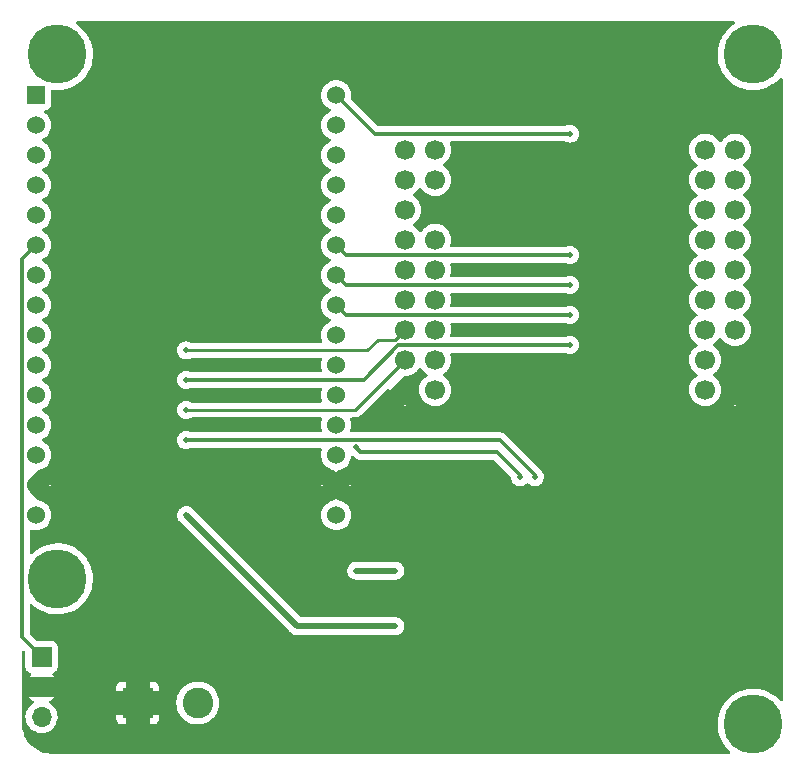
<source format=gbl>
G04 #@! TF.GenerationSoftware,KiCad,Pcbnew,(6.0.2)*
G04 #@! TF.CreationDate,2022-09-28T01:41:01+02:00*
G04 #@! TF.ProjectId,LoRa-Gateway-E220,4c6f5261-2d47-4617-9465-7761792d4532,v1r1a*
G04 #@! TF.SameCoordinates,Original*
G04 #@! TF.FileFunction,Copper,L2,Bot*
G04 #@! TF.FilePolarity,Positive*
%FSLAX46Y46*%
G04 Gerber Fmt 4.6, Leading zero omitted, Abs format (unit mm)*
G04 Created by KiCad (PCBNEW (6.0.2)) date 2022-09-28 01:41:01*
%MOMM*%
%LPD*%
G01*
G04 APERTURE LIST*
G04 #@! TA.AperFunction,ComponentPad*
%ADD10R,1.700000X1.700000*%
G04 #@! TD*
G04 #@! TA.AperFunction,ComponentPad*
%ADD11O,1.700000X1.700000*%
G04 #@! TD*
G04 #@! TA.AperFunction,ComponentPad*
%ADD12C,0.800000*%
G04 #@! TD*
G04 #@! TA.AperFunction,ComponentPad*
%ADD13C,5.000000*%
G04 #@! TD*
G04 #@! TA.AperFunction,ComponentPad*
%ADD14C,1.700000*%
G04 #@! TD*
G04 #@! TA.AperFunction,ComponentPad*
%ADD15R,2.600000X2.600000*%
G04 #@! TD*
G04 #@! TA.AperFunction,ComponentPad*
%ADD16C,2.600000*%
G04 #@! TD*
G04 #@! TA.AperFunction,ComponentPad*
%ADD17R,1.524000X1.524000*%
G04 #@! TD*
G04 #@! TA.AperFunction,ComponentPad*
%ADD18C,1.524000*%
G04 #@! TD*
G04 #@! TA.AperFunction,ViaPad*
%ADD19C,0.600000*%
G04 #@! TD*
G04 #@! TA.AperFunction,ViaPad*
%ADD20C,0.500000*%
G04 #@! TD*
G04 #@! TA.AperFunction,Conductor*
%ADD21C,0.300000*%
G04 #@! TD*
G04 #@! TA.AperFunction,Conductor*
%ADD22C,0.250000*%
G04 #@! TD*
G04 #@! TA.AperFunction,Conductor*
%ADD23C,0.500000*%
G04 #@! TD*
G04 APERTURE END LIST*
D10*
X99150000Y-90300000D03*
D11*
X99150000Y-92840000D03*
X99150000Y-95380000D03*
D12*
X161275000Y-96000000D03*
X159400000Y-97875000D03*
X160725825Y-94674175D03*
D13*
X159400000Y-96000000D03*
D12*
X160725825Y-97325825D03*
X158074175Y-94674175D03*
X159400000Y-94125000D03*
X157525000Y-96000000D03*
X158074175Y-97325825D03*
D14*
X157880000Y-47375000D03*
X157880000Y-67695000D03*
X157880000Y-65155000D03*
X129940000Y-67695000D03*
X132480000Y-52455000D03*
X155340000Y-52455000D03*
X132480000Y-57535000D03*
X155340000Y-60075000D03*
X155340000Y-57535000D03*
X132480000Y-60075000D03*
X132480000Y-62615000D03*
X155340000Y-54995000D03*
X129940000Y-62615000D03*
X155340000Y-62615000D03*
X129940000Y-65155000D03*
X155340000Y-67695000D03*
X155340000Y-65155000D03*
X157880000Y-62615000D03*
X157880000Y-60075000D03*
X157880000Y-57535000D03*
X157880000Y-54995000D03*
X157880000Y-52455000D03*
X157880000Y-49915000D03*
X155340000Y-49915000D03*
X155340000Y-47375000D03*
X132480000Y-67695000D03*
X132480000Y-65155000D03*
X129940000Y-60075000D03*
X129940000Y-57535000D03*
X132480000Y-54995000D03*
X129940000Y-54995000D03*
X129940000Y-52455000D03*
X132480000Y-49915000D03*
X129940000Y-49915000D03*
X132480000Y-47375000D03*
X129940000Y-47375000D03*
D12*
X100500000Y-37425000D03*
X100500000Y-41175000D03*
D13*
X100500000Y-39300000D03*
D12*
X101825825Y-37974175D03*
X101825825Y-40625825D03*
X102375000Y-39300000D03*
X98625000Y-39300000D03*
X99174175Y-37974175D03*
X99174175Y-40625825D03*
D15*
X107300000Y-94205000D03*
D16*
X112380000Y-94205000D03*
D12*
X158074175Y-40625825D03*
X160725825Y-37974175D03*
X160725825Y-40625825D03*
X159400000Y-37425000D03*
X158074175Y-37974175D03*
X157525000Y-39300000D03*
X161275000Y-39300000D03*
X159400000Y-41175000D03*
D13*
X159400000Y-39300000D03*
D17*
X98700000Y-42740000D03*
D18*
X98700000Y-45280000D03*
X98700000Y-47820000D03*
X98700000Y-50360000D03*
X98700000Y-52900000D03*
X98700000Y-55440000D03*
X98700000Y-57980000D03*
X98700000Y-60520000D03*
X98700000Y-63060000D03*
X98700000Y-65600000D03*
X98700000Y-68140000D03*
X98700000Y-70680000D03*
X98700000Y-73220000D03*
X98700000Y-75760000D03*
X98700000Y-78300000D03*
X124100000Y-78300000D03*
X124100000Y-75760000D03*
X124100000Y-73220000D03*
X124100000Y-70680000D03*
X124100000Y-68140000D03*
X124100000Y-65600000D03*
X124100000Y-63060000D03*
X124100000Y-60520000D03*
X124100000Y-57980000D03*
X124100000Y-55440000D03*
X124100000Y-52900000D03*
X124100000Y-50360000D03*
X124100000Y-47820000D03*
X124100000Y-45280000D03*
X124100000Y-42740000D03*
D12*
X98625000Y-83700000D03*
D13*
X100500000Y-83700000D03*
D12*
X100500000Y-85575000D03*
X102375000Y-83700000D03*
X101825825Y-82374175D03*
X101825825Y-85025825D03*
X99174175Y-85025825D03*
X99174175Y-82374175D03*
X100500000Y-81825000D03*
D19*
X145400000Y-88200000D03*
X156200000Y-84550000D03*
X159300000Y-43200000D03*
X148100000Y-77450000D03*
X141550000Y-87400000D03*
X136500000Y-86250000D03*
X149600000Y-90000000D03*
X153200000Y-83500000D03*
X134800000Y-88650000D03*
X145800000Y-91000000D03*
X147950000Y-82100000D03*
X155600000Y-88950000D03*
X151400000Y-79150000D03*
X142700000Y-84450000D03*
X142200000Y-79550000D03*
X144250000Y-76100000D03*
X131790000Y-76740000D03*
X150550000Y-76400000D03*
X138050000Y-88500000D03*
X151700000Y-86350000D03*
X152600000Y-81350000D03*
X146000000Y-79750000D03*
X148600000Y-85600000D03*
X155750000Y-79850000D03*
X139450000Y-83000000D03*
D20*
X140908750Y-75100000D03*
X111400000Y-71950000D03*
X125750000Y-72550000D03*
X139638750Y-75100000D03*
X111400000Y-64350000D03*
X111400000Y-66850000D03*
X143910000Y-63900000D03*
X111400000Y-69400000D03*
X143910000Y-61350000D03*
X143910000Y-58800000D03*
X143910000Y-56275000D03*
X143910000Y-46000000D03*
X129112500Y-87700000D03*
X111400000Y-78300000D03*
X125800000Y-83000000D03*
X129112500Y-83000000D03*
D21*
X137950000Y-71950000D02*
X111400000Y-71950000D01*
X137950000Y-71950000D02*
X140900000Y-74900000D01*
X126150000Y-72950000D02*
X137688750Y-72950000D01*
X125750000Y-72550000D02*
X126150000Y-72950000D01*
X137688750Y-72950000D02*
X139638750Y-74900000D01*
D22*
X126741260Y-64350000D02*
X111400000Y-64350000D01*
X127640780Y-63450480D02*
X126741260Y-64350000D01*
X129104520Y-63450480D02*
X127640780Y-63450480D01*
X129940000Y-62615000D02*
X129104520Y-63450480D01*
D21*
X129374317Y-63900000D02*
X143910000Y-63900000D01*
X111400000Y-66850000D02*
X126424317Y-66850000D01*
X126424317Y-66850000D02*
X129374317Y-63900000D01*
D22*
X125695000Y-69400000D02*
X111400000Y-69400000D01*
X129940000Y-65155000D02*
X125695000Y-69400000D01*
D21*
X143910000Y-61350000D02*
X124930000Y-61350000D01*
X124930000Y-61350000D02*
X124100000Y-60520000D01*
X124920000Y-58800000D02*
X124100000Y-57980000D01*
X143910000Y-58800000D02*
X124920000Y-58800000D01*
X143910000Y-56275000D02*
X124935000Y-56275000D01*
X124935000Y-56275000D02*
X124100000Y-55440000D01*
X143910000Y-46000000D02*
X127360000Y-46000000D01*
X127360000Y-46000000D02*
X124100000Y-42740000D01*
X97500000Y-88650000D02*
X99150000Y-90300000D01*
X98700000Y-55440000D02*
X97500000Y-56640000D01*
X97500000Y-56640000D02*
X97500000Y-88650000D01*
D23*
X120800000Y-87700000D02*
X129112500Y-87700000D01*
X111400000Y-78300000D02*
X120800000Y-87700000D01*
X125800000Y-83000000D02*
X129112500Y-83000000D01*
G04 #@! TA.AperFunction,Conductor*
G36*
X157819313Y-36528002D02*
G01*
X157865806Y-36581658D01*
X157875910Y-36651932D01*
X157846416Y-36716512D01*
X157818148Y-36740737D01*
X157654279Y-36843532D01*
X157651443Y-36845804D01*
X157651436Y-36845809D01*
X157522478Y-36949124D01*
X157383509Y-37060459D01*
X157139466Y-37307071D01*
X157137225Y-37309929D01*
X157080732Y-37381978D01*
X156925386Y-37580098D01*
X156923493Y-37583187D01*
X156923491Y-37583190D01*
X156878918Y-37655927D01*
X156744105Y-37875921D01*
X156742580Y-37879206D01*
X156742578Y-37879210D01*
X156703505Y-37963386D01*
X156598027Y-38190620D01*
X156489087Y-38520023D01*
X156488351Y-38523578D01*
X156488350Y-38523581D01*
X156419465Y-38856214D01*
X156418730Y-38859764D01*
X156387888Y-39205341D01*
X156387983Y-39208971D01*
X156387983Y-39208972D01*
X156390367Y-39300000D01*
X156396970Y-39552171D01*
X156445856Y-39895660D01*
X156533897Y-40231253D01*
X156659927Y-40554503D01*
X156661624Y-40557708D01*
X156795113Y-40809825D01*
X156822275Y-40861126D01*
X156824325Y-40864109D01*
X156824327Y-40864112D01*
X157016733Y-41144064D01*
X157016739Y-41144071D01*
X157018790Y-41147056D01*
X157246866Y-41408505D01*
X157324371Y-41479029D01*
X157459268Y-41601775D01*
X157503481Y-41642006D01*
X157785233Y-41844466D01*
X158088388Y-42013200D01*
X158408928Y-42145972D01*
X158412422Y-42146967D01*
X158412424Y-42146968D01*
X158739103Y-42240025D01*
X158739108Y-42240026D01*
X158742604Y-42241022D01*
X158939304Y-42273233D01*
X159081412Y-42296504D01*
X159081419Y-42296505D01*
X159084993Y-42297090D01*
X159258275Y-42305262D01*
X159427931Y-42313263D01*
X159427932Y-42313263D01*
X159431558Y-42313434D01*
X159440415Y-42312830D01*
X159774073Y-42290084D01*
X159774081Y-42290083D01*
X159777704Y-42289836D01*
X159781279Y-42289173D01*
X159781282Y-42289173D01*
X160115279Y-42227270D01*
X160115283Y-42227269D01*
X160118844Y-42226609D01*
X160450456Y-42124592D01*
X160768145Y-41985136D01*
X161012511Y-41842341D01*
X161064560Y-41811926D01*
X161064562Y-41811925D01*
X161067700Y-41810091D01*
X161070609Y-41807907D01*
X161342244Y-41603958D01*
X161342248Y-41603955D01*
X161345151Y-41601775D01*
X161596819Y-41362950D01*
X161669337Y-41276220D01*
X161728378Y-41236791D01*
X161799364Y-41235541D01*
X161859757Y-41272867D01*
X161890382Y-41336918D01*
X161892000Y-41357043D01*
X161892000Y-93941293D01*
X161871998Y-94009414D01*
X161818342Y-94055907D01*
X161748068Y-94066011D01*
X161683488Y-94036517D01*
X161673713Y-94027077D01*
X161485842Y-93824904D01*
X161222019Y-93599578D01*
X160934047Y-93406069D01*
X160625741Y-93246940D01*
X160301189Y-93124302D01*
X160297668Y-93123418D01*
X160297663Y-93123416D01*
X160136378Y-93082904D01*
X159964692Y-93039780D01*
X159942476Y-93036855D01*
X159624315Y-92994968D01*
X159624307Y-92994967D01*
X159620711Y-92994494D01*
X159476045Y-92992221D01*
X159277446Y-92989101D01*
X159277442Y-92989101D01*
X159273804Y-92989044D01*
X159270190Y-92989405D01*
X159270184Y-92989405D01*
X159026843Y-93013694D01*
X158928569Y-93023503D01*
X158589583Y-93097414D01*
X158586156Y-93098587D01*
X158586150Y-93098589D01*
X158418914Y-93155847D01*
X158261339Y-93209797D01*
X157948188Y-93359163D01*
X157654279Y-93543532D01*
X157651443Y-93545804D01*
X157651436Y-93545809D01*
X157471456Y-93690000D01*
X157383509Y-93760459D01*
X157139466Y-94007071D01*
X157137225Y-94009929D01*
X156967407Y-94226507D01*
X156925386Y-94280098D01*
X156744105Y-94575921D01*
X156742580Y-94579206D01*
X156742578Y-94579210D01*
X156669873Y-94735840D01*
X156598027Y-94890620D01*
X156579459Y-94946765D01*
X156492116Y-95210865D01*
X156489087Y-95220023D01*
X156488351Y-95223578D01*
X156488350Y-95223581D01*
X156420820Y-95549672D01*
X156418730Y-95559764D01*
X156408622Y-95673023D01*
X156397966Y-95792425D01*
X156387888Y-95905341D01*
X156387983Y-95908971D01*
X156387983Y-95908972D01*
X156396875Y-96248546D01*
X156396970Y-96252171D01*
X156445856Y-96595660D01*
X156533897Y-96931253D01*
X156659927Y-97254503D01*
X156822275Y-97561126D01*
X156824325Y-97564109D01*
X156824327Y-97564112D01*
X157016733Y-97844064D01*
X157016739Y-97844071D01*
X157018790Y-97847056D01*
X157246866Y-98108505D01*
X157249551Y-98110948D01*
X157427431Y-98272806D01*
X157464354Y-98333447D01*
X157462631Y-98404422D01*
X157422809Y-98463199D01*
X157357531Y-98491116D01*
X157342632Y-98492000D01*
X100049328Y-98492000D01*
X100029943Y-98490500D01*
X100015142Y-98488195D01*
X100015139Y-98488195D01*
X100006270Y-98486814D01*
X99989101Y-98489059D01*
X99965161Y-98489892D01*
X99707230Y-98474290D01*
X99692126Y-98472456D01*
X99621352Y-98459486D01*
X99411121Y-98420960D01*
X99396359Y-98417322D01*
X99123592Y-98332325D01*
X99109370Y-98326930D01*
X98848860Y-98209684D01*
X98835391Y-98202615D01*
X98590905Y-98054818D01*
X98578383Y-98046175D01*
X98353493Y-97869984D01*
X98342105Y-97859894D01*
X98140106Y-97657895D01*
X98130016Y-97646507D01*
X97953825Y-97421617D01*
X97945182Y-97409095D01*
X97797385Y-97164609D01*
X97790314Y-97151136D01*
X97692876Y-96934636D01*
X97673069Y-96890627D01*
X97667674Y-96876404D01*
X97625656Y-96741564D01*
X97582678Y-96603641D01*
X97579038Y-96588873D01*
X97527544Y-96307874D01*
X97525710Y-96292770D01*
X97510545Y-96042071D01*
X97511802Y-96015361D01*
X97511805Y-96015141D01*
X97513186Y-96006270D01*
X97511698Y-95994884D01*
X97509064Y-95974749D01*
X97508000Y-95958411D01*
X97508000Y-95346695D01*
X97787251Y-95346695D01*
X97787548Y-95351848D01*
X97787548Y-95351851D01*
X97796180Y-95501550D01*
X97800110Y-95569715D01*
X97801247Y-95574761D01*
X97801248Y-95574767D01*
X97821119Y-95662939D01*
X97849222Y-95787639D01*
X97898490Y-95908972D01*
X97930361Y-95987461D01*
X97933266Y-95994616D01*
X98049987Y-96185088D01*
X98196250Y-96353938D01*
X98368126Y-96496632D01*
X98561000Y-96609338D01*
X98769692Y-96689030D01*
X98774760Y-96690061D01*
X98774763Y-96690062D01*
X98882017Y-96711883D01*
X98988597Y-96733567D01*
X98993772Y-96733757D01*
X98993774Y-96733757D01*
X99206673Y-96741564D01*
X99206677Y-96741564D01*
X99211837Y-96741753D01*
X99216957Y-96741097D01*
X99216959Y-96741097D01*
X99428288Y-96714025D01*
X99428289Y-96714025D01*
X99433416Y-96713368D01*
X99438366Y-96711883D01*
X99642429Y-96650661D01*
X99642434Y-96650659D01*
X99647384Y-96649174D01*
X99847994Y-96550896D01*
X100029860Y-96421173D01*
X100188096Y-96263489D01*
X100193649Y-96255762D01*
X100315435Y-96086277D01*
X100318453Y-96082077D01*
X100344931Y-96028504D01*
X100415136Y-95886453D01*
X100415137Y-95886451D01*
X100417430Y-95881811D01*
X100482370Y-95668069D01*
X100497958Y-95549669D01*
X105492001Y-95549669D01*
X105492371Y-95556490D01*
X105497895Y-95607352D01*
X105501521Y-95622604D01*
X105546676Y-95743054D01*
X105555214Y-95758649D01*
X105631715Y-95860724D01*
X105644276Y-95873285D01*
X105746351Y-95949786D01*
X105761946Y-95958324D01*
X105882394Y-96003478D01*
X105897649Y-96007105D01*
X105948514Y-96012631D01*
X105955328Y-96013000D01*
X106281885Y-96013000D01*
X106297124Y-96008525D01*
X106298329Y-96007135D01*
X106300000Y-95999452D01*
X106300000Y-95994884D01*
X108300000Y-95994884D01*
X108304475Y-96010123D01*
X108305865Y-96011328D01*
X108313548Y-96012999D01*
X108644669Y-96012999D01*
X108651490Y-96012629D01*
X108702352Y-96007105D01*
X108717604Y-96003479D01*
X108838054Y-95958324D01*
X108853649Y-95949786D01*
X108955724Y-95873285D01*
X108968285Y-95860724D01*
X109044786Y-95758649D01*
X109053324Y-95743054D01*
X109098478Y-95622606D01*
X109102105Y-95607351D01*
X109107631Y-95556486D01*
X109108000Y-95549672D01*
X109108000Y-95223115D01*
X109103525Y-95207876D01*
X109102135Y-95206671D01*
X109094452Y-95205000D01*
X108318115Y-95205000D01*
X108302876Y-95209475D01*
X108301671Y-95210865D01*
X108300000Y-95218548D01*
X108300000Y-95994884D01*
X106300000Y-95994884D01*
X106300000Y-95223115D01*
X106295525Y-95207876D01*
X106294135Y-95206671D01*
X106286452Y-95205000D01*
X105510116Y-95205000D01*
X105494877Y-95209475D01*
X105493672Y-95210865D01*
X105492001Y-95218548D01*
X105492001Y-95549669D01*
X100497958Y-95549669D01*
X100511529Y-95446590D01*
X100512794Y-95394810D01*
X100513074Y-95383365D01*
X100513074Y-95383361D01*
X100513156Y-95380000D01*
X100494852Y-95157361D01*
X100440431Y-94940702D01*
X100351354Y-94735840D01*
X100311906Y-94674862D01*
X100232822Y-94552617D01*
X100232820Y-94552614D01*
X100230014Y-94548277D01*
X100079670Y-94383051D01*
X100075619Y-94379852D01*
X100075615Y-94379848D01*
X99908414Y-94247800D01*
X99908410Y-94247798D01*
X99904359Y-94244598D01*
X99862569Y-94221529D01*
X99812598Y-94171097D01*
X99809711Y-94157526D01*
X110567050Y-94157526D01*
X110567274Y-94162192D01*
X110567274Y-94162197D01*
X110571232Y-94244598D01*
X110579947Y-94426019D01*
X110632388Y-94689656D01*
X110723220Y-94942646D01*
X110850450Y-95179431D01*
X110853241Y-95183168D01*
X110853245Y-95183175D01*
X110880761Y-95220023D01*
X111011281Y-95394810D01*
X111014590Y-95398090D01*
X111014595Y-95398096D01*
X111198863Y-95580762D01*
X111202180Y-95584050D01*
X111205942Y-95586808D01*
X111205945Y-95586811D01*
X111318299Y-95669192D01*
X111418954Y-95742995D01*
X111423089Y-95745171D01*
X111423093Y-95745173D01*
X111642718Y-95860724D01*
X111656840Y-95868154D01*
X111910613Y-95956775D01*
X111915206Y-95957647D01*
X112170109Y-96006042D01*
X112170112Y-96006042D01*
X112174698Y-96006913D01*
X112302370Y-96011929D01*
X112438625Y-96017283D01*
X112438630Y-96017283D01*
X112443293Y-96017466D01*
X112547607Y-96006042D01*
X112705844Y-95988713D01*
X112705850Y-95988712D01*
X112710497Y-95988203D01*
X112804238Y-95963523D01*
X112965918Y-95920956D01*
X112965920Y-95920955D01*
X112970441Y-95919765D01*
X112974738Y-95917919D01*
X113213120Y-95815502D01*
X113213122Y-95815501D01*
X113217414Y-95813657D01*
X113336071Y-95740230D01*
X113442017Y-95674669D01*
X113442021Y-95674666D01*
X113445990Y-95672210D01*
X113651149Y-95498530D01*
X113828382Y-95296434D01*
X113875543Y-95223115D01*
X113971269Y-95074291D01*
X113973797Y-95070361D01*
X114084199Y-94825278D01*
X114109423Y-94735840D01*
X114155893Y-94571072D01*
X114155894Y-94571069D01*
X114157163Y-94566568D01*
X114175043Y-94426019D01*
X114190688Y-94303045D01*
X114190688Y-94303041D01*
X114191086Y-94299915D01*
X114193571Y-94205000D01*
X114175277Y-93958831D01*
X114173996Y-93941592D01*
X114173996Y-93941591D01*
X114173650Y-93936937D01*
X114161625Y-93883792D01*
X114115361Y-93679331D01*
X114115360Y-93679326D01*
X114114327Y-93674763D01*
X114016902Y-93424238D01*
X113883518Y-93190864D01*
X113880382Y-93186885D01*
X113809239Y-93096641D01*
X113717105Y-92979769D01*
X113521317Y-92795591D01*
X113335877Y-92666946D01*
X113304299Y-92645039D01*
X113304296Y-92645037D01*
X113300457Y-92642374D01*
X113296264Y-92640306D01*
X113063564Y-92525551D01*
X113063561Y-92525550D01*
X113059376Y-92523486D01*
X113011745Y-92508239D01*
X112957621Y-92490914D01*
X112803370Y-92441538D01*
X112798763Y-92440788D01*
X112798760Y-92440787D01*
X112542674Y-92399081D01*
X112542675Y-92399081D01*
X112538063Y-92398330D01*
X112407719Y-92396624D01*
X112273961Y-92394873D01*
X112273958Y-92394873D01*
X112269284Y-92394812D01*
X112002937Y-92431060D01*
X111744874Y-92506278D01*
X111500763Y-92618815D01*
X111496854Y-92621378D01*
X111279881Y-92763631D01*
X111279876Y-92763635D01*
X111275968Y-92766197D01*
X111075426Y-92945188D01*
X110903544Y-93151854D01*
X110764096Y-93381656D01*
X110660148Y-93629545D01*
X110593981Y-93890077D01*
X110567050Y-94157526D01*
X99809711Y-94157526D01*
X99797826Y-94101654D01*
X99822942Y-94035248D01*
X99850294Y-94008641D01*
X100025328Y-93883792D01*
X100033200Y-93877139D01*
X100184051Y-93726813D01*
X100190728Y-93718967D01*
X100200972Y-93704712D01*
X100205359Y-93692208D01*
X100196342Y-93690000D01*
X98107668Y-93690000D01*
X98096639Y-93693238D01*
X98101411Y-93703689D01*
X98193216Y-93809672D01*
X98200579Y-93816881D01*
X98364434Y-93952916D01*
X98372881Y-93958831D01*
X98441969Y-93999203D01*
X98490693Y-94050842D01*
X98503764Y-94120625D01*
X98477033Y-94186396D01*
X98436584Y-94219752D01*
X98423607Y-94226507D01*
X98419474Y-94229610D01*
X98419471Y-94229612D01*
X98311789Y-94310462D01*
X98244965Y-94360635D01*
X98090629Y-94522138D01*
X98087715Y-94526410D01*
X98087714Y-94526411D01*
X98053941Y-94575921D01*
X97964743Y-94706680D01*
X97870688Y-94909305D01*
X97810989Y-95124570D01*
X97787251Y-95346695D01*
X97508000Y-95346695D01*
X97508000Y-93186885D01*
X105492000Y-93186885D01*
X105496475Y-93202124D01*
X105497865Y-93203329D01*
X105505548Y-93205000D01*
X106281885Y-93205000D01*
X106297124Y-93200525D01*
X106298329Y-93199135D01*
X106300000Y-93191452D01*
X106300000Y-93186885D01*
X108300000Y-93186885D01*
X108304475Y-93202124D01*
X108305865Y-93203329D01*
X108313548Y-93205000D01*
X109089884Y-93205000D01*
X109105123Y-93200525D01*
X109106328Y-93199135D01*
X109107999Y-93191452D01*
X109107999Y-92860331D01*
X109107629Y-92853510D01*
X109102105Y-92802648D01*
X109098479Y-92787396D01*
X109053324Y-92666946D01*
X109044786Y-92651351D01*
X108968285Y-92549276D01*
X108955724Y-92536715D01*
X108853649Y-92460214D01*
X108838054Y-92451676D01*
X108717606Y-92406522D01*
X108702351Y-92402895D01*
X108651486Y-92397369D01*
X108644672Y-92397000D01*
X108318115Y-92397000D01*
X108302876Y-92401475D01*
X108301671Y-92402865D01*
X108300000Y-92410548D01*
X108300000Y-93186885D01*
X106300000Y-93186885D01*
X106300000Y-92415116D01*
X106295525Y-92399877D01*
X106294135Y-92398672D01*
X106286452Y-92397001D01*
X105955331Y-92397001D01*
X105948510Y-92397371D01*
X105897648Y-92402895D01*
X105882396Y-92406521D01*
X105761946Y-92451676D01*
X105746351Y-92460214D01*
X105644276Y-92536715D01*
X105631715Y-92549276D01*
X105555214Y-92651351D01*
X105546676Y-92666946D01*
X105501522Y-92787394D01*
X105497895Y-92802649D01*
X105492369Y-92853514D01*
X105492000Y-92860328D01*
X105492000Y-93186885D01*
X97508000Y-93186885D01*
X97508000Y-89893450D01*
X97528002Y-89825329D01*
X97581658Y-89778836D01*
X97651932Y-89768732D01*
X97716512Y-89798226D01*
X97723095Y-89804355D01*
X97754595Y-89835855D01*
X97788621Y-89898167D01*
X97791500Y-89924950D01*
X97791500Y-91198134D01*
X97798255Y-91260316D01*
X97849385Y-91396705D01*
X97936739Y-91513261D01*
X98053295Y-91600615D01*
X98061704Y-91603767D01*
X98061705Y-91603768D01*
X98170960Y-91644726D01*
X98227725Y-91687367D01*
X98252425Y-91753929D01*
X98237218Y-91823278D01*
X98217825Y-91849759D01*
X98095042Y-91978244D01*
X98091869Y-91988046D01*
X98100294Y-91990000D01*
X100194593Y-91990000D01*
X100205122Y-91986908D01*
X100199990Y-91976024D01*
X100082293Y-91846677D01*
X100051241Y-91782831D01*
X100059635Y-91712333D01*
X100104812Y-91657564D01*
X100131256Y-91643895D01*
X100238297Y-91603767D01*
X100246705Y-91600615D01*
X100363261Y-91513261D01*
X100450615Y-91396705D01*
X100501745Y-91260316D01*
X100508500Y-91198134D01*
X100508500Y-89401866D01*
X100501745Y-89339684D01*
X100450615Y-89203295D01*
X100363261Y-89086739D01*
X100246705Y-88999385D01*
X100110316Y-88948255D01*
X100048134Y-88941500D01*
X98774950Y-88941500D01*
X98706829Y-88921498D01*
X98685855Y-88904595D01*
X98195405Y-88414145D01*
X98161379Y-88351833D01*
X98158500Y-88325050D01*
X98158500Y-85922111D01*
X98178502Y-85853990D01*
X98232158Y-85807497D01*
X98302432Y-85797393D01*
X98369297Y-85828916D01*
X98603481Y-86042006D01*
X98885233Y-86244466D01*
X99188388Y-86413200D01*
X99508928Y-86545972D01*
X99512422Y-86546967D01*
X99512424Y-86546968D01*
X99839103Y-86640025D01*
X99839108Y-86640026D01*
X99842604Y-86641022D01*
X100039304Y-86673233D01*
X100181412Y-86696504D01*
X100181419Y-86696505D01*
X100184993Y-86697090D01*
X100358276Y-86705262D01*
X100527931Y-86713263D01*
X100527932Y-86713263D01*
X100531558Y-86713434D01*
X100540415Y-86712830D01*
X100874073Y-86690084D01*
X100874081Y-86690083D01*
X100877704Y-86689836D01*
X100881279Y-86689173D01*
X100881282Y-86689173D01*
X101215279Y-86627270D01*
X101215283Y-86627269D01*
X101218844Y-86626609D01*
X101550456Y-86524592D01*
X101868145Y-86385136D01*
X102112511Y-86242341D01*
X102164560Y-86211926D01*
X102164562Y-86211925D01*
X102167700Y-86210091D01*
X102170609Y-86207907D01*
X102442244Y-86003958D01*
X102442248Y-86003955D01*
X102445151Y-86001775D01*
X102696819Y-85762950D01*
X102919370Y-85496783D01*
X103109853Y-85206799D01*
X103187798Y-85051822D01*
X103264117Y-84900080D01*
X103264120Y-84900072D01*
X103265744Y-84896844D01*
X103384977Y-84571026D01*
X103385822Y-84567504D01*
X103385825Y-84567496D01*
X103465124Y-84237191D01*
X103465125Y-84237187D01*
X103465971Y-84233662D01*
X103507652Y-83889225D01*
X103513599Y-83700000D01*
X103513438Y-83697204D01*
X103493836Y-83357246D01*
X103493835Y-83357241D01*
X103493627Y-83353626D01*
X103478765Y-83268473D01*
X103434600Y-83015415D01*
X103434598Y-83015408D01*
X103433976Y-83011842D01*
X103430469Y-83000000D01*
X103380376Y-82830892D01*
X103335437Y-82679180D01*
X103330968Y-82668703D01*
X103200740Y-82363386D01*
X103200738Y-82363383D01*
X103199316Y-82360048D01*
X103172931Y-82313789D01*
X103029208Y-82061816D01*
X103027417Y-82058676D01*
X102822018Y-81779060D01*
X102585842Y-81524904D01*
X102322019Y-81299578D01*
X102034047Y-81106069D01*
X101725741Y-80946940D01*
X101401189Y-80824302D01*
X101397668Y-80823418D01*
X101397663Y-80823416D01*
X101236378Y-80782904D01*
X101064692Y-80739780D01*
X101042476Y-80736855D01*
X100724315Y-80694968D01*
X100724307Y-80694967D01*
X100720711Y-80694494D01*
X100576045Y-80692221D01*
X100377446Y-80689101D01*
X100377442Y-80689101D01*
X100373804Y-80689044D01*
X100370190Y-80689405D01*
X100370184Y-80689405D01*
X100126843Y-80713694D01*
X100028569Y-80723503D01*
X99689583Y-80797414D01*
X99686156Y-80798587D01*
X99686150Y-80798589D01*
X99607296Y-80825587D01*
X99361339Y-80909797D01*
X99048188Y-81059163D01*
X98754279Y-81243532D01*
X98751443Y-81245804D01*
X98751436Y-81245809D01*
X98507384Y-81441332D01*
X98483509Y-81460459D01*
X98480958Y-81463037D01*
X98374061Y-81571059D01*
X98311927Y-81605410D01*
X98241086Y-81600716D01*
X98184028Y-81558467D01*
X98158870Y-81492078D01*
X98158500Y-81482431D01*
X98158500Y-79634431D01*
X98178502Y-79566310D01*
X98232158Y-79519817D01*
X98302432Y-79509713D01*
X98317111Y-79512724D01*
X98343583Y-79519817D01*
X98478537Y-79555978D01*
X98700000Y-79575353D01*
X98921463Y-79555978D01*
X99094125Y-79509713D01*
X99130886Y-79499863D01*
X99130888Y-79499862D01*
X99136196Y-79498440D01*
X99141178Y-79496117D01*
X99332690Y-79406814D01*
X99332695Y-79406811D01*
X99337677Y-79404488D01*
X99439505Y-79333187D01*
X99515270Y-79280136D01*
X99515273Y-79280134D01*
X99519781Y-79276977D01*
X99676977Y-79119781D01*
X99804488Y-78937676D01*
X99806811Y-78932694D01*
X99806814Y-78932689D01*
X99896117Y-78741178D01*
X99896118Y-78741177D01*
X99898440Y-78736196D01*
X99955978Y-78521463D01*
X99975353Y-78300000D01*
X99974421Y-78289343D01*
X110636775Y-78289343D01*
X110637462Y-78296350D01*
X110637462Y-78296353D01*
X110644461Y-78367726D01*
X110644645Y-78369788D01*
X110651140Y-78449637D01*
X110653079Y-78455624D01*
X110653381Y-78458699D01*
X110679818Y-78538172D01*
X110680053Y-78538889D01*
X110705649Y-78617899D01*
X110741865Y-78677580D01*
X110795246Y-78765723D01*
X110795530Y-78766017D01*
X110797405Y-78769107D01*
X110804803Y-78777484D01*
X110856468Y-78829149D01*
X110858010Y-78830717D01*
X110913455Y-78888132D01*
X110917792Y-78890970D01*
X110923317Y-78895998D01*
X120216230Y-88188911D01*
X120228616Y-88203323D01*
X120237149Y-88214918D01*
X120237154Y-88214923D01*
X120241492Y-88220818D01*
X120247070Y-88225557D01*
X120247073Y-88225560D01*
X120281768Y-88255035D01*
X120289284Y-88261965D01*
X120294979Y-88267660D01*
X120297861Y-88269940D01*
X120317251Y-88285281D01*
X120320655Y-88288072D01*
X120364181Y-88325050D01*
X120376285Y-88335333D01*
X120382801Y-88338661D01*
X120387838Y-88342020D01*
X120392977Y-88345194D01*
X120398716Y-88349734D01*
X120405349Y-88352834D01*
X120464837Y-88380636D01*
X120468791Y-88382569D01*
X120533808Y-88415769D01*
X120540924Y-88417510D01*
X120546554Y-88419604D01*
X120552321Y-88421523D01*
X120558950Y-88424621D01*
X120566110Y-88426110D01*
X120566112Y-88426111D01*
X120630396Y-88439482D01*
X120634680Y-88440452D01*
X120705610Y-88457808D01*
X120711212Y-88458156D01*
X120711215Y-88458156D01*
X120716764Y-88458500D01*
X120716762Y-88458536D01*
X120720752Y-88458775D01*
X120724950Y-88459150D01*
X120732115Y-88460640D01*
X120809520Y-88458546D01*
X120812928Y-88458500D01*
X129053433Y-88458500D01*
X129070095Y-88459607D01*
X129076355Y-88460442D01*
X129089535Y-88462201D01*
X129089538Y-88462201D01*
X129096515Y-88463132D01*
X129103526Y-88462494D01*
X129103530Y-88462494D01*
X129141708Y-88459019D01*
X129153128Y-88458500D01*
X129156793Y-88458500D01*
X129188641Y-88454787D01*
X129191667Y-88454472D01*
X129265983Y-88447709D01*
X129272692Y-88445529D01*
X129273472Y-88445369D01*
X129278994Y-88444483D01*
X129280912Y-88444029D01*
X129288181Y-88443182D01*
X129353641Y-88419421D01*
X129356731Y-88418299D01*
X129360787Y-88416905D01*
X129421122Y-88397301D01*
X129427822Y-88395124D01*
X129433872Y-88391517D01*
X129440290Y-88388606D01*
X129440471Y-88389004D01*
X129441066Y-88388722D01*
X129441010Y-88388609D01*
X129447558Y-88385330D01*
X129454437Y-88382833D01*
X129460557Y-88378820D01*
X129460562Y-88378818D01*
X129512264Y-88344921D01*
X129516830Y-88342064D01*
X129567942Y-88311595D01*
X129573990Y-88307990D01*
X129579090Y-88303133D01*
X129584704Y-88298872D01*
X129584721Y-88298895D01*
X129595463Y-88290373D01*
X129596231Y-88289869D01*
X129602352Y-88285856D01*
X129607380Y-88280548D01*
X129607384Y-88280545D01*
X129647297Y-88238412D01*
X129651876Y-88233821D01*
X129692125Y-88195492D01*
X129697221Y-88190639D01*
X129701112Y-88184782D01*
X129701115Y-88184779D01*
X129702176Y-88183181D01*
X129715650Y-88166257D01*
X129723990Y-88157453D01*
X129754898Y-88104241D01*
X129758904Y-88097799D01*
X129787490Y-88054773D01*
X129791391Y-88048902D01*
X129795955Y-88036887D01*
X129804782Y-88018359D01*
X129812826Y-88004510D01*
X129814947Y-87997508D01*
X129814951Y-87997498D01*
X129829553Y-87949285D01*
X129832355Y-87941064D01*
X129849318Y-87896409D01*
X129851819Y-87889825D01*
X129854149Y-87873246D01*
X129858332Y-87854261D01*
X129861972Y-87842244D01*
X129861973Y-87842239D01*
X129864095Y-87835233D01*
X129864548Y-87827928D01*
X129864549Y-87827924D01*
X129867431Y-87781470D01*
X129868415Y-87771739D01*
X129874951Y-87725226D01*
X129875501Y-87721313D01*
X129875799Y-87700000D01*
X129874888Y-87691878D01*
X129874344Y-87670029D01*
X129875047Y-87658702D01*
X129864497Y-87597301D01*
X129863463Y-87590017D01*
X129857616Y-87537894D01*
X129856831Y-87530892D01*
X129852862Y-87519494D01*
X129847674Y-87499399D01*
X129846333Y-87491596D01*
X129845094Y-87484386D01*
X129842231Y-87477657D01*
X129842229Y-87477651D01*
X129822199Y-87430577D01*
X129819149Y-87422684D01*
X129803183Y-87376838D01*
X129800868Y-87370189D01*
X129792410Y-87356654D01*
X129783327Y-87339223D01*
X129778711Y-87328375D01*
X129778709Y-87328372D01*
X129775843Y-87321636D01*
X129771502Y-87315737D01*
X129743452Y-87277621D01*
X129738079Y-87269708D01*
X129710692Y-87225879D01*
X129696708Y-87211797D01*
X129684632Y-87197695D01*
X129675349Y-87185081D01*
X129671008Y-87179182D01*
X129632301Y-87146298D01*
X129624479Y-87139061D01*
X129595748Y-87110129D01*
X129590786Y-87105132D01*
X129570745Y-87092414D01*
X129556678Y-87082052D01*
X129541795Y-87069408D01*
X129536215Y-87064667D01*
X129494415Y-87043322D01*
X129484206Y-87037493D01*
X129453063Y-87017729D01*
X129453055Y-87017725D01*
X129447108Y-87013951D01*
X129440473Y-87011589D01*
X129440466Y-87011585D01*
X129421089Y-87004686D01*
X129406060Y-86998206D01*
X129378692Y-86984231D01*
X129346530Y-86976361D01*
X129336837Y-86973989D01*
X129324522Y-86970300D01*
X129323620Y-86969979D01*
X129286800Y-86956868D01*
X129279809Y-86956034D01*
X129279799Y-86956032D01*
X129255513Y-86953136D01*
X129240487Y-86950413D01*
X129206890Y-86942192D01*
X129201288Y-86941844D01*
X129201285Y-86941844D01*
X129197675Y-86941620D01*
X129197665Y-86941620D01*
X129195736Y-86941500D01*
X129165405Y-86941500D01*
X129150487Y-86940614D01*
X129124823Y-86937554D01*
X129117829Y-86936720D01*
X129110826Y-86937456D01*
X129110825Y-86937456D01*
X129078914Y-86940810D01*
X129065744Y-86941500D01*
X121166371Y-86941500D01*
X121098250Y-86921498D01*
X121077276Y-86904595D01*
X117162024Y-82989343D01*
X125036775Y-82989343D01*
X125037820Y-83000000D01*
X125038181Y-83003681D01*
X125038540Y-83023774D01*
X125037453Y-83041298D01*
X125038693Y-83048514D01*
X125038693Y-83048516D01*
X125046965Y-83096654D01*
X125048184Y-83105697D01*
X125052693Y-83151688D01*
X125052694Y-83151693D01*
X125053381Y-83158699D01*
X125055604Y-83165381D01*
X125055605Y-83165387D01*
X125059155Y-83176058D01*
X125063776Y-83194489D01*
X125067406Y-83215614D01*
X125070271Y-83222348D01*
X125070272Y-83222350D01*
X125087892Y-83263758D01*
X125091511Y-83273322D01*
X125104871Y-83313486D01*
X125104873Y-83313490D01*
X125107094Y-83320167D01*
X125118589Y-83339148D01*
X125126744Y-83355067D01*
X125136657Y-83378364D01*
X125140996Y-83384260D01*
X125165390Y-83417408D01*
X125171684Y-83426818D01*
X125195246Y-83465723D01*
X125200143Y-83470794D01*
X125213349Y-83484469D01*
X125224195Y-83497314D01*
X125237154Y-83514924D01*
X125237156Y-83514927D01*
X125241492Y-83520818D01*
X125275510Y-83549718D01*
X125284561Y-83558212D01*
X125308559Y-83583063D01*
X125308563Y-83583067D01*
X125313455Y-83588132D01*
X125319346Y-83591987D01*
X125338520Y-83604535D01*
X125351099Y-83613937D01*
X125376285Y-83635333D01*
X125382805Y-83638662D01*
X125412590Y-83653871D01*
X125424284Y-83660656D01*
X125455846Y-83681310D01*
X125487563Y-83693106D01*
X125500928Y-83698980D01*
X125533808Y-83715769D01*
X125566979Y-83723886D01*
X125569656Y-83724541D01*
X125583626Y-83728832D01*
X125608736Y-83738170D01*
X125608739Y-83738171D01*
X125615341Y-83740626D01*
X125622324Y-83741558D01*
X125622325Y-83741558D01*
X125631943Y-83742841D01*
X125652734Y-83745616D01*
X125666005Y-83748117D01*
X125705610Y-83757808D01*
X125711215Y-83758156D01*
X125711217Y-83758156D01*
X125714825Y-83758380D01*
X125714835Y-83758380D01*
X125716764Y-83758500D01*
X125740933Y-83758500D01*
X125757595Y-83759607D01*
X125764765Y-83760563D01*
X125777035Y-83762201D01*
X125777038Y-83762201D01*
X125784015Y-83763132D01*
X125791026Y-83762494D01*
X125791030Y-83762494D01*
X125829208Y-83759019D01*
X125840628Y-83758500D01*
X129053433Y-83758500D01*
X129070095Y-83759607D01*
X129077265Y-83760563D01*
X129089535Y-83762201D01*
X129089538Y-83762201D01*
X129096515Y-83763132D01*
X129103526Y-83762494D01*
X129103530Y-83762494D01*
X129141708Y-83759019D01*
X129153128Y-83758500D01*
X129156793Y-83758500D01*
X129188641Y-83754787D01*
X129191667Y-83754472D01*
X129265983Y-83747709D01*
X129272692Y-83745529D01*
X129273472Y-83745369D01*
X129278994Y-83744483D01*
X129280912Y-83744029D01*
X129288181Y-83743182D01*
X129356730Y-83718299D01*
X129360787Y-83716905D01*
X129421122Y-83697301D01*
X129427822Y-83695124D01*
X129433872Y-83691517D01*
X129440290Y-83688606D01*
X129440471Y-83689004D01*
X129441066Y-83688722D01*
X129441010Y-83688609D01*
X129447558Y-83685330D01*
X129454437Y-83682833D01*
X129460557Y-83678820D01*
X129460562Y-83678818D01*
X129512264Y-83644921D01*
X129516830Y-83642064D01*
X129537269Y-83629880D01*
X129573990Y-83607990D01*
X129579090Y-83603133D01*
X129584704Y-83598872D01*
X129584721Y-83598895D01*
X129595463Y-83590373D01*
X129596231Y-83589869D01*
X129602352Y-83585856D01*
X129607380Y-83580548D01*
X129607384Y-83580545D01*
X129647297Y-83538412D01*
X129651876Y-83533821D01*
X129692125Y-83495492D01*
X129697221Y-83490639D01*
X129701112Y-83484782D01*
X129701115Y-83484779D01*
X129702176Y-83483181D01*
X129715650Y-83466257D01*
X129723990Y-83457453D01*
X129754898Y-83404241D01*
X129758904Y-83397799D01*
X129787490Y-83354773D01*
X129791391Y-83348902D01*
X129795955Y-83336887D01*
X129804782Y-83318359D01*
X129812826Y-83304510D01*
X129814947Y-83297508D01*
X129814951Y-83297498D01*
X129829553Y-83249285D01*
X129832355Y-83241064D01*
X129849318Y-83196409D01*
X129851819Y-83189825D01*
X129854149Y-83173246D01*
X129858332Y-83154261D01*
X129861972Y-83142244D01*
X129861973Y-83142239D01*
X129864095Y-83135233D01*
X129864548Y-83127928D01*
X129864549Y-83127924D01*
X129867431Y-83081470D01*
X129868415Y-83071739D01*
X129874951Y-83025226D01*
X129875501Y-83021313D01*
X129875799Y-83000000D01*
X129874888Y-82991878D01*
X129874344Y-82970029D01*
X129875047Y-82958702D01*
X129864497Y-82897301D01*
X129863463Y-82890017D01*
X129859845Y-82857762D01*
X129856831Y-82830892D01*
X129852862Y-82819494D01*
X129847674Y-82799399D01*
X129846333Y-82791596D01*
X129845094Y-82784386D01*
X129842231Y-82777657D01*
X129842229Y-82777651D01*
X129822199Y-82730577D01*
X129819149Y-82722684D01*
X129809679Y-82695490D01*
X129800868Y-82670189D01*
X129794883Y-82660610D01*
X129792411Y-82656655D01*
X129783327Y-82639223D01*
X129778711Y-82628375D01*
X129778709Y-82628372D01*
X129775843Y-82621636D01*
X129771502Y-82615737D01*
X129743452Y-82577621D01*
X129738079Y-82569708D01*
X129710692Y-82525879D01*
X129696708Y-82511797D01*
X129684632Y-82497695D01*
X129675349Y-82485081D01*
X129671008Y-82479182D01*
X129632301Y-82446298D01*
X129624479Y-82439061D01*
X129595748Y-82410129D01*
X129590786Y-82405132D01*
X129570745Y-82392414D01*
X129556678Y-82382052D01*
X129541795Y-82369408D01*
X129536215Y-82364667D01*
X129494415Y-82343322D01*
X129484206Y-82337493D01*
X129453063Y-82317729D01*
X129453055Y-82317725D01*
X129447108Y-82313951D01*
X129440473Y-82311589D01*
X129440466Y-82311585D01*
X129421089Y-82304686D01*
X129406060Y-82298206D01*
X129378692Y-82284231D01*
X129346530Y-82276361D01*
X129336837Y-82273989D01*
X129324522Y-82270300D01*
X129323620Y-82269979D01*
X129286800Y-82256868D01*
X129279809Y-82256034D01*
X129279799Y-82256032D01*
X129255513Y-82253136D01*
X129240487Y-82250413D01*
X129206890Y-82242192D01*
X129201288Y-82241844D01*
X129201285Y-82241844D01*
X129197675Y-82241620D01*
X129197665Y-82241620D01*
X129195736Y-82241500D01*
X129165405Y-82241500D01*
X129150487Y-82240614D01*
X129124823Y-82237554D01*
X129117829Y-82236720D01*
X129110826Y-82237456D01*
X129110825Y-82237456D01*
X129078914Y-82240810D01*
X129065744Y-82241500D01*
X125852905Y-82241500D01*
X125837987Y-82240614D01*
X125812323Y-82237554D01*
X125805329Y-82236720D01*
X125798326Y-82237456D01*
X125798325Y-82237456D01*
X125763368Y-82241130D01*
X125758834Y-82241500D01*
X125755707Y-82241500D01*
X125738331Y-82243526D01*
X125718541Y-82245833D01*
X125717120Y-82245991D01*
X125689032Y-82248943D01*
X125636093Y-82254507D01*
X125632257Y-82255813D01*
X125631592Y-82255970D01*
X125624319Y-82256818D01*
X125550220Y-82283716D01*
X125547967Y-82284508D01*
X125508158Y-82298059D01*
X125481676Y-82307074D01*
X125481673Y-82307075D01*
X125475003Y-82309346D01*
X125470032Y-82312404D01*
X125466700Y-82313789D01*
X125464939Y-82314671D01*
X125458063Y-82317167D01*
X125451946Y-82321178D01*
X125451943Y-82321179D01*
X125395251Y-82358348D01*
X125392189Y-82360293D01*
X125336068Y-82394819D01*
X125336065Y-82394822D01*
X125330066Y-82398512D01*
X125325032Y-82403442D01*
X125321641Y-82406091D01*
X125317859Y-82408801D01*
X125316267Y-82410132D01*
X125310148Y-82414144D01*
X125305114Y-82419458D01*
X125261027Y-82465997D01*
X125257715Y-82469364D01*
X125247689Y-82479182D01*
X125228785Y-82497695D01*
X125208486Y-82517573D01*
X125204674Y-82523489D01*
X125200217Y-82528953D01*
X125200009Y-82528783D01*
X125196925Y-82532714D01*
X125193545Y-82537232D01*
X125188510Y-82542547D01*
X125170371Y-82573776D01*
X125154529Y-82601049D01*
X125151505Y-82605989D01*
X125116304Y-82660610D01*
X125113895Y-82667229D01*
X125113163Y-82668703D01*
X125104592Y-82687023D01*
X125099674Y-82695490D01*
X125097553Y-82702492D01*
X125097549Y-82702502D01*
X125081170Y-82756582D01*
X125078981Y-82763153D01*
X125060513Y-82813892D01*
X125060511Y-82813900D01*
X125058103Y-82820516D01*
X125056792Y-82830892D01*
X125056785Y-82830950D01*
X125052371Y-82851671D01*
X125050526Y-82857762D01*
X125050525Y-82857766D01*
X125048405Y-82864767D01*
X125046612Y-82893671D01*
X125044689Y-82924659D01*
X125043940Y-82932630D01*
X125036775Y-82989343D01*
X117162024Y-82989343D01*
X112472681Y-78300000D01*
X122824647Y-78300000D01*
X122844022Y-78521463D01*
X122901560Y-78736196D01*
X122903882Y-78741177D01*
X122903883Y-78741178D01*
X122993186Y-78932689D01*
X122993189Y-78932694D01*
X122995512Y-78937676D01*
X123123023Y-79119781D01*
X123280219Y-79276977D01*
X123284727Y-79280134D01*
X123284730Y-79280136D01*
X123360495Y-79333187D01*
X123462323Y-79404488D01*
X123467305Y-79406811D01*
X123467310Y-79406814D01*
X123658822Y-79496117D01*
X123663804Y-79498440D01*
X123669112Y-79499862D01*
X123669114Y-79499863D01*
X123705875Y-79509713D01*
X123878537Y-79555978D01*
X124100000Y-79575353D01*
X124321463Y-79555978D01*
X124494125Y-79509713D01*
X124530886Y-79499863D01*
X124530888Y-79499862D01*
X124536196Y-79498440D01*
X124541178Y-79496117D01*
X124732690Y-79406814D01*
X124732695Y-79406811D01*
X124737677Y-79404488D01*
X124839505Y-79333187D01*
X124915270Y-79280136D01*
X124915273Y-79280134D01*
X124919781Y-79276977D01*
X125076977Y-79119781D01*
X125204488Y-78937676D01*
X125206811Y-78932694D01*
X125206814Y-78932689D01*
X125296117Y-78741178D01*
X125296118Y-78741177D01*
X125298440Y-78736196D01*
X125355978Y-78521463D01*
X125375353Y-78300000D01*
X125355978Y-78078537D01*
X125298440Y-77863804D01*
X125276882Y-77817573D01*
X125206814Y-77667311D01*
X125206811Y-77667306D01*
X125204488Y-77662324D01*
X125186708Y-77636931D01*
X125080136Y-77484730D01*
X125080134Y-77484727D01*
X125076977Y-77480219D01*
X124919781Y-77323023D01*
X124915273Y-77319866D01*
X124915270Y-77319864D01*
X124839505Y-77266813D01*
X124737677Y-77195512D01*
X124732695Y-77193189D01*
X124732690Y-77193186D01*
X124541178Y-77103883D01*
X124541177Y-77103882D01*
X124536196Y-77101560D01*
X124530888Y-77100138D01*
X124530886Y-77100137D01*
X124424599Y-77071658D01*
X124333487Y-77047244D01*
X124277003Y-77014633D01*
X124112808Y-76850439D01*
X124098870Y-76842828D01*
X124097034Y-76842960D01*
X124090421Y-76847209D01*
X123922997Y-77014633D01*
X123866513Y-77047244D01*
X123775401Y-77071658D01*
X123669114Y-77100137D01*
X123669112Y-77100138D01*
X123663804Y-77101560D01*
X123658823Y-77103882D01*
X123658822Y-77103883D01*
X123467311Y-77193186D01*
X123467306Y-77193189D01*
X123462324Y-77195512D01*
X123457817Y-77198668D01*
X123457815Y-77198669D01*
X123284730Y-77319864D01*
X123284727Y-77319866D01*
X123280219Y-77323023D01*
X123123023Y-77480219D01*
X123119866Y-77484727D01*
X123119864Y-77484730D01*
X123013292Y-77636931D01*
X122995512Y-77662324D01*
X122993189Y-77667306D01*
X122993186Y-77667311D01*
X122923118Y-77817573D01*
X122901560Y-77863804D01*
X122844022Y-78078537D01*
X122824647Y-78300000D01*
X112472681Y-78300000D01*
X111945724Y-77773043D01*
X111883248Y-77710129D01*
X111878286Y-77705132D01*
X111845134Y-77684093D01*
X111834470Y-77676522D01*
X111807025Y-77654808D01*
X111807024Y-77654808D01*
X111801284Y-77650266D01*
X111772740Y-77636926D01*
X111758594Y-77629173D01*
X111734608Y-77613951D01*
X111693936Y-77599469D01*
X111682893Y-77594934D01*
X111641050Y-77575378D01*
X111633888Y-77573888D01*
X111633884Y-77573887D01*
X111614002Y-77569752D01*
X111597400Y-77565094D01*
X111574300Y-77556868D01*
X111539833Y-77552758D01*
X111527583Y-77551297D01*
X111516846Y-77549543D01*
X111475052Y-77540850D01*
X111475046Y-77540849D01*
X111467885Y-77539360D01*
X111457326Y-77539646D01*
X111444135Y-77540002D01*
X111425814Y-77539162D01*
X111412325Y-77537554D01*
X111412324Y-77537554D01*
X111405329Y-77536720D01*
X111398326Y-77537456D01*
X111398322Y-77537456D01*
X111354687Y-77542042D01*
X111344926Y-77542686D01*
X111304045Y-77543792D01*
X111291079Y-77544143D01*
X111283998Y-77546021D01*
X111283995Y-77546021D01*
X111271859Y-77549239D01*
X111252736Y-77552758D01*
X111236093Y-77554507D01*
X111229425Y-77556777D01*
X111229420Y-77556778D01*
X111184194Y-77572174D01*
X111175885Y-77574687D01*
X111120116Y-77589474D01*
X111113665Y-77592926D01*
X111113662Y-77592927D01*
X111106009Y-77597022D01*
X111087172Y-77605204D01*
X111075003Y-77609346D01*
X111069004Y-77613036D01*
X111069003Y-77613037D01*
X111024985Y-77640117D01*
X111018417Y-77643890D01*
X110964166Y-77672918D01*
X110958681Y-77677762D01*
X110958680Y-77677763D01*
X110955081Y-77680942D01*
X110937690Y-77693822D01*
X110930066Y-77698512D01*
X110925037Y-77703437D01*
X110925033Y-77703440D01*
X110885334Y-77742317D01*
X110880584Y-77746735D01*
X110831596Y-77790000D01*
X110827374Y-77795974D01*
X110827371Y-77795977D01*
X110826832Y-77796740D01*
X110817948Y-77807171D01*
X110817969Y-77807188D01*
X110813520Y-77812643D01*
X110808486Y-77817573D01*
X110804671Y-77823492D01*
X110804669Y-77823495D01*
X110772442Y-77873502D01*
X110769428Y-77877966D01*
X110733741Y-77928461D01*
X110733739Y-77928464D01*
X110729516Y-77934440D01*
X110726780Y-77941230D01*
X110723276Y-77947657D01*
X110723167Y-77947598D01*
X110722864Y-77948184D01*
X110723254Y-77948377D01*
X110720122Y-77954687D01*
X110716304Y-77960610D01*
X110713894Y-77967230D01*
X110713893Y-77967233D01*
X110692189Y-78026865D01*
X110690658Y-78030857D01*
X110663402Y-78098489D01*
X110662302Y-78105720D01*
X110661781Y-78107624D01*
X110660703Y-78113109D01*
X110660513Y-78113894D01*
X110658103Y-78120516D01*
X110657220Y-78127509D01*
X110648766Y-78194426D01*
X110648328Y-78197576D01*
X110636801Y-78273349D01*
X110637394Y-78280642D01*
X110637322Y-78282706D01*
X110637383Y-78284526D01*
X110636775Y-78289343D01*
X99974421Y-78289343D01*
X99955978Y-78078537D01*
X99898440Y-77863804D01*
X99876882Y-77817573D01*
X99806814Y-77667311D01*
X99806811Y-77667306D01*
X99804488Y-77662324D01*
X99786708Y-77636931D01*
X99680136Y-77484730D01*
X99680134Y-77484727D01*
X99676977Y-77480219D01*
X99519781Y-77323023D01*
X99515273Y-77319866D01*
X99515270Y-77319864D01*
X99439505Y-77266813D01*
X99337677Y-77195512D01*
X99332695Y-77193189D01*
X99332690Y-77193186D01*
X99141178Y-77103883D01*
X99141177Y-77103882D01*
X99136196Y-77101560D01*
X99130888Y-77100138D01*
X99130886Y-77100137D01*
X99024599Y-77071658D01*
X98933487Y-77047244D01*
X98877003Y-77014633D01*
X98700000Y-76837631D01*
X98195405Y-76333036D01*
X98161380Y-76270724D01*
X98158500Y-76243940D01*
X98158500Y-75761132D01*
X99782828Y-75761132D01*
X99782959Y-75762965D01*
X99787210Y-75769580D01*
X99946172Y-75928542D01*
X99956547Y-75934208D01*
X99960519Y-75923813D01*
X99974371Y-75765486D01*
X122825629Y-75765486D01*
X122839437Y-75923306D01*
X122843743Y-75934314D01*
X122853466Y-75928904D01*
X123009561Y-75772808D01*
X123015938Y-75761130D01*
X125182828Y-75761130D01*
X125182960Y-75762966D01*
X125187209Y-75769579D01*
X125346176Y-75928545D01*
X125356547Y-75934209D01*
X125360519Y-75923813D01*
X125374371Y-75765486D01*
X125374371Y-75754514D01*
X125360563Y-75596694D01*
X125356257Y-75585686D01*
X125346534Y-75591096D01*
X125190439Y-75747192D01*
X125182828Y-75761130D01*
X123015938Y-75761130D01*
X123017172Y-75758870D01*
X123017040Y-75757034D01*
X123012791Y-75750421D01*
X122853824Y-75591455D01*
X122843453Y-75585791D01*
X122839481Y-75596187D01*
X122825629Y-75754514D01*
X122825629Y-75765486D01*
X99974371Y-75765486D01*
X99974371Y-75754514D01*
X99960563Y-75596694D01*
X99956257Y-75585686D01*
X99946534Y-75591096D01*
X99790442Y-75747188D01*
X99782828Y-75761132D01*
X98158500Y-75761132D01*
X98158500Y-75276059D01*
X98178502Y-75207938D01*
X98195405Y-75186964D01*
X98700000Y-74682369D01*
X98877001Y-74505369D01*
X98933484Y-74472757D01*
X99130889Y-74419862D01*
X99136196Y-74418440D01*
X99141178Y-74416117D01*
X99332690Y-74326814D01*
X99332695Y-74326811D01*
X99337677Y-74324488D01*
X99439505Y-74253187D01*
X99515270Y-74200136D01*
X99515273Y-74200134D01*
X99519781Y-74196977D01*
X99676977Y-74039781D01*
X99804488Y-73857676D01*
X99806811Y-73852694D01*
X99806814Y-73852689D01*
X99896117Y-73661178D01*
X99896118Y-73661177D01*
X99898440Y-73656196D01*
X99901332Y-73645405D01*
X99941016Y-73497301D01*
X99955978Y-73441463D01*
X99975353Y-73220000D01*
X99955978Y-72998537D01*
X99898440Y-72783804D01*
X99865485Y-72713132D01*
X99806814Y-72587311D01*
X99806811Y-72587306D01*
X99804488Y-72582324D01*
X99776246Y-72541990D01*
X99680136Y-72404730D01*
X99680134Y-72404727D01*
X99676977Y-72400219D01*
X99519781Y-72243023D01*
X99515273Y-72239866D01*
X99515270Y-72239864D01*
X99439505Y-72186813D01*
X99337677Y-72115512D01*
X99332695Y-72113189D01*
X99332690Y-72113186D01*
X99227627Y-72064195D01*
X99174342Y-72017278D01*
X99154881Y-71949001D01*
X99157800Y-71939343D01*
X110636775Y-71939343D01*
X110653381Y-72108699D01*
X110655605Y-72115384D01*
X110655605Y-72115385D01*
X110680040Y-72188839D01*
X110707094Y-72270167D01*
X110795246Y-72415723D01*
X110913455Y-72538132D01*
X110984651Y-72584721D01*
X111048146Y-72626271D01*
X111055846Y-72631310D01*
X111062450Y-72633766D01*
X111062452Y-72633767D01*
X111098844Y-72647301D01*
X111215341Y-72690626D01*
X111384015Y-72713132D01*
X111391026Y-72712494D01*
X111391030Y-72712494D01*
X111546462Y-72698348D01*
X111553483Y-72697709D01*
X111560185Y-72695531D01*
X111560187Y-72695531D01*
X111708623Y-72647301D01*
X111708626Y-72647300D01*
X111715322Y-72645124D01*
X111746948Y-72626271D01*
X111811466Y-72608500D01*
X122785929Y-72608500D01*
X122854050Y-72628502D01*
X122900543Y-72682158D01*
X122910647Y-72752432D01*
X122904330Y-72777596D01*
X122903886Y-72778816D01*
X122901560Y-72783804D01*
X122844022Y-72998537D01*
X122824647Y-73220000D01*
X122844022Y-73441463D01*
X122858984Y-73497301D01*
X122898669Y-73645405D01*
X122901560Y-73656196D01*
X122903882Y-73661177D01*
X122903883Y-73661178D01*
X122993186Y-73852689D01*
X122993189Y-73852694D01*
X122995512Y-73857676D01*
X123123023Y-74039781D01*
X123280219Y-74196977D01*
X123284727Y-74200134D01*
X123284730Y-74200136D01*
X123360495Y-74253187D01*
X123462323Y-74324488D01*
X123467305Y-74326811D01*
X123467310Y-74326814D01*
X123658822Y-74416117D01*
X123663804Y-74418440D01*
X123669112Y-74419862D01*
X123669114Y-74419863D01*
X123775401Y-74448342D01*
X123866513Y-74472756D01*
X123922997Y-74505367D01*
X124087192Y-74669561D01*
X124101130Y-74677172D01*
X124102966Y-74677040D01*
X124109579Y-74672791D01*
X124277003Y-74505367D01*
X124333487Y-74472756D01*
X124424599Y-74448342D01*
X124530886Y-74419863D01*
X124530888Y-74419862D01*
X124536196Y-74418440D01*
X124541178Y-74416117D01*
X124732690Y-74326814D01*
X124732695Y-74326811D01*
X124737677Y-74324488D01*
X124839505Y-74253187D01*
X124915270Y-74200136D01*
X124915273Y-74200134D01*
X124919781Y-74196977D01*
X125076977Y-74039781D01*
X125204488Y-73857676D01*
X125206811Y-73852694D01*
X125206814Y-73852689D01*
X125296117Y-73661178D01*
X125296118Y-73661177D01*
X125298440Y-73656196D01*
X125301332Y-73645405D01*
X125341016Y-73497301D01*
X125355978Y-73441463D01*
X125360925Y-73384916D01*
X125386788Y-73318798D01*
X125444292Y-73277158D01*
X125515179Y-73273217D01*
X125575541Y-73306801D01*
X125626346Y-73357605D01*
X125634336Y-73366385D01*
X125638584Y-73373080D01*
X125690273Y-73421619D01*
X125693115Y-73424374D01*
X125713667Y-73444926D01*
X125716801Y-73447357D01*
X125717163Y-73447638D01*
X125726191Y-73455348D01*
X125759867Y-73486972D01*
X125766818Y-73490793D01*
X125766819Y-73490794D01*
X125778655Y-73497301D01*
X125795184Y-73508158D01*
X125805869Y-73516447D01*
X125805871Y-73516448D01*
X125812131Y-73521304D01*
X125854544Y-73539657D01*
X125865181Y-73544868D01*
X125905663Y-73567124D01*
X125913342Y-73569096D01*
X125913343Y-73569096D01*
X125926434Y-73572457D01*
X125945136Y-73578859D01*
X125964823Y-73587379D01*
X125972652Y-73588619D01*
X126010448Y-73594605D01*
X126022074Y-73597013D01*
X126059135Y-73606529D01*
X126059136Y-73606529D01*
X126066812Y-73608500D01*
X126088258Y-73608500D01*
X126107968Y-73610051D01*
X126129151Y-73613406D01*
X126175135Y-73609059D01*
X126186994Y-73608500D01*
X137363800Y-73608500D01*
X137431921Y-73628502D01*
X137452895Y-73645405D01*
X138841307Y-75033816D01*
X138875332Y-75096128D01*
X138877610Y-75110612D01*
X138892131Y-75258699D01*
X138945844Y-75420167D01*
X138949491Y-75426189D01*
X138949492Y-75426191D01*
X139003491Y-75515353D01*
X139033996Y-75565723D01*
X139152205Y-75688132D01*
X139158101Y-75691990D01*
X139281604Y-75772808D01*
X139294596Y-75781310D01*
X139301200Y-75783766D01*
X139301202Y-75783767D01*
X139337594Y-75797301D01*
X139454091Y-75840626D01*
X139622765Y-75863132D01*
X139629776Y-75862494D01*
X139629780Y-75862494D01*
X139785212Y-75848348D01*
X139792233Y-75847709D01*
X139798935Y-75845531D01*
X139798937Y-75845531D01*
X139947373Y-75797301D01*
X139947376Y-75797300D01*
X139954072Y-75795124D01*
X140100240Y-75707990D01*
X140105334Y-75703139D01*
X140105338Y-75703136D01*
X140187343Y-75625043D01*
X140250468Y-75592551D01*
X140321139Y-75599344D01*
X140364872Y-75628762D01*
X140422205Y-75688132D01*
X140428101Y-75691990D01*
X140551604Y-75772808D01*
X140564596Y-75781310D01*
X140571200Y-75783766D01*
X140571202Y-75783767D01*
X140607594Y-75797301D01*
X140724091Y-75840626D01*
X140892765Y-75863132D01*
X140899776Y-75862494D01*
X140899780Y-75862494D01*
X141055212Y-75848348D01*
X141062233Y-75847709D01*
X141068935Y-75845531D01*
X141068937Y-75845531D01*
X141217373Y-75797301D01*
X141217376Y-75797300D01*
X141224072Y-75795124D01*
X141370240Y-75707990D01*
X141375334Y-75703139D01*
X141375338Y-75703136D01*
X141457343Y-75625043D01*
X141493471Y-75590639D01*
X141587641Y-75448902D01*
X141648069Y-75289825D01*
X141671751Y-75121313D01*
X141672049Y-75100000D01*
X141653081Y-74930892D01*
X141597118Y-74770189D01*
X141506942Y-74625879D01*
X141501983Y-74620885D01*
X141499389Y-74617612D01*
X141489683Y-74603489D01*
X141428491Y-74500019D01*
X141428486Y-74500013D01*
X141424453Y-74493193D01*
X138473655Y-71542395D01*
X138465665Y-71533615D01*
X138465663Y-71533613D01*
X138461416Y-71526920D01*
X138409742Y-71478395D01*
X138406901Y-71475641D01*
X138386333Y-71455073D01*
X138382826Y-71452353D01*
X138373804Y-71444647D01*
X138345913Y-71418456D01*
X138340133Y-71413028D01*
X138333181Y-71409206D01*
X138321342Y-71402697D01*
X138304818Y-71391843D01*
X138294132Y-71383555D01*
X138287868Y-71378696D01*
X138280596Y-71375549D01*
X138280594Y-71375548D01*
X138245465Y-71360346D01*
X138234805Y-71355124D01*
X138201284Y-71336695D01*
X138201282Y-71336694D01*
X138194337Y-71332876D01*
X138173559Y-71327541D01*
X138154869Y-71321142D01*
X138135176Y-71312620D01*
X138089552Y-71305394D01*
X138077929Y-71302987D01*
X138049928Y-71295798D01*
X138033188Y-71291500D01*
X138011741Y-71291500D01*
X137992031Y-71289949D01*
X137970848Y-71286594D01*
X137924859Y-71290941D01*
X137913004Y-71291500D01*
X125414071Y-71291500D01*
X125345950Y-71271498D01*
X125299457Y-71217842D01*
X125289353Y-71147568D01*
X125295670Y-71122404D01*
X125296114Y-71121184D01*
X125298440Y-71116196D01*
X125355978Y-70901463D01*
X125375353Y-70680000D01*
X125355978Y-70458537D01*
X125298440Y-70243804D01*
X125283960Y-70212751D01*
X125273298Y-70142559D01*
X125302277Y-70077746D01*
X125361697Y-70038890D01*
X125398154Y-70033500D01*
X125616233Y-70033500D01*
X125627416Y-70034027D01*
X125634909Y-70035702D01*
X125642835Y-70035453D01*
X125642836Y-70035453D01*
X125702986Y-70033562D01*
X125706945Y-70033500D01*
X125734856Y-70033500D01*
X125738791Y-70033003D01*
X125738856Y-70032995D01*
X125750693Y-70032062D01*
X125782951Y-70031048D01*
X125786970Y-70030922D01*
X125794889Y-70030673D01*
X125814343Y-70025021D01*
X125833700Y-70021013D01*
X125845930Y-70019468D01*
X125845931Y-70019468D01*
X125853797Y-70018474D01*
X125861168Y-70015555D01*
X125861170Y-70015555D01*
X125894912Y-70002196D01*
X125906142Y-69998351D01*
X125940983Y-69988229D01*
X125940984Y-69988229D01*
X125948593Y-69986018D01*
X125955412Y-69981985D01*
X125955417Y-69981983D01*
X125966028Y-69975707D01*
X125983776Y-69967012D01*
X126002617Y-69959552D01*
X126038387Y-69933564D01*
X126048307Y-69927048D01*
X126079535Y-69908580D01*
X126079538Y-69908578D01*
X126086362Y-69904542D01*
X126100683Y-69890221D01*
X126115717Y-69877380D01*
X126132107Y-69865472D01*
X126160298Y-69831395D01*
X126168288Y-69822616D01*
X126945850Y-69045054D01*
X129796307Y-69045054D01*
X129807871Y-69049139D01*
X129996650Y-69056062D01*
X130006936Y-69055595D01*
X130070147Y-69047498D01*
X130081694Y-69042438D01*
X130076574Y-69033655D01*
X129952808Y-68909890D01*
X129938870Y-68902279D01*
X129937034Y-68902411D01*
X129930421Y-68906660D01*
X129801456Y-69035626D01*
X129796307Y-69045054D01*
X126945850Y-69045054D01*
X128365493Y-67625411D01*
X128427805Y-67591385D01*
X128498620Y-67596450D01*
X128555456Y-67638997D01*
X128580379Y-67707253D01*
X128587256Y-67826534D01*
X128591025Y-67837081D01*
X128601422Y-67831497D01*
X128737918Y-67695000D01*
X129880363Y-66552555D01*
X129942675Y-66518530D01*
X129974076Y-66515735D01*
X129975837Y-66515800D01*
X129996673Y-66516564D01*
X129996677Y-66516564D01*
X130001837Y-66516753D01*
X130006957Y-66516097D01*
X130006959Y-66516097D01*
X130218288Y-66489025D01*
X130218289Y-66489025D01*
X130223416Y-66488368D01*
X130250948Y-66480108D01*
X130432429Y-66425661D01*
X130432434Y-66425659D01*
X130437384Y-66424174D01*
X130637994Y-66325896D01*
X130819860Y-66196173D01*
X130824550Y-66191500D01*
X130928859Y-66087554D01*
X130978096Y-66038489D01*
X131037594Y-65955689D01*
X131108453Y-65857077D01*
X131109776Y-65858028D01*
X131156645Y-65814857D01*
X131226580Y-65802625D01*
X131292026Y-65830144D01*
X131319875Y-65861994D01*
X131379987Y-65960088D01*
X131526250Y-66128938D01*
X131698126Y-66271632D01*
X131768595Y-66312811D01*
X131771445Y-66314476D01*
X131820169Y-66366114D01*
X131833240Y-66435897D01*
X131806509Y-66501669D01*
X131766055Y-66535027D01*
X131753607Y-66541507D01*
X131749474Y-66544610D01*
X131749471Y-66544612D01*
X131579100Y-66672530D01*
X131574965Y-66675635D01*
X131420629Y-66837138D01*
X131417715Y-66841410D01*
X131417714Y-66841411D01*
X131398212Y-66870000D01*
X131294743Y-67021680D01*
X131279003Y-67055590D01*
X131223022Y-67176191D01*
X131200688Y-67224305D01*
X131140989Y-67439570D01*
X131117251Y-67661695D01*
X131117548Y-67666848D01*
X131117548Y-67666851D01*
X131127328Y-67836464D01*
X131130110Y-67884715D01*
X131131247Y-67889761D01*
X131131248Y-67889767D01*
X131137732Y-67918537D01*
X131179222Y-68102639D01*
X131263266Y-68309616D01*
X131379987Y-68500088D01*
X131526250Y-68668938D01*
X131698126Y-68811632D01*
X131891000Y-68924338D01*
X132099692Y-69004030D01*
X132104760Y-69005061D01*
X132104763Y-69005062D01*
X132212017Y-69026883D01*
X132318597Y-69048567D01*
X132323772Y-69048757D01*
X132323774Y-69048757D01*
X132536673Y-69056564D01*
X132536677Y-69056564D01*
X132541837Y-69056753D01*
X132546957Y-69056097D01*
X132546959Y-69056097D01*
X132758288Y-69029025D01*
X132758289Y-69029025D01*
X132763416Y-69028368D01*
X132768366Y-69026883D01*
X132972429Y-68965661D01*
X132972434Y-68965659D01*
X132977384Y-68964174D01*
X133177994Y-68865896D01*
X133359860Y-68736173D01*
X133375154Y-68720933D01*
X133514435Y-68582137D01*
X133518096Y-68578489D01*
X133577594Y-68495689D01*
X133645435Y-68401277D01*
X133648453Y-68397077D01*
X133666055Y-68361463D01*
X133745136Y-68201453D01*
X133745137Y-68201451D01*
X133747430Y-68196811D01*
X133812370Y-67983069D01*
X133841529Y-67761590D01*
X133842418Y-67725225D01*
X133843074Y-67698365D01*
X133843074Y-67698361D01*
X133843156Y-67695000D01*
X133840418Y-67661695D01*
X153977251Y-67661695D01*
X153977548Y-67666848D01*
X153977548Y-67666851D01*
X153987328Y-67836464D01*
X153990110Y-67884715D01*
X153991247Y-67889761D01*
X153991248Y-67889767D01*
X153997732Y-67918537D01*
X154039222Y-68102639D01*
X154123266Y-68309616D01*
X154239987Y-68500088D01*
X154386250Y-68668938D01*
X154558126Y-68811632D01*
X154751000Y-68924338D01*
X154959692Y-69004030D01*
X154964760Y-69005061D01*
X154964763Y-69005062D01*
X155072017Y-69026883D01*
X155178597Y-69048567D01*
X155183772Y-69048757D01*
X155183774Y-69048757D01*
X155396673Y-69056564D01*
X155396677Y-69056564D01*
X155401837Y-69056753D01*
X155406957Y-69056097D01*
X155406959Y-69056097D01*
X155493163Y-69045054D01*
X157736307Y-69045054D01*
X157747871Y-69049139D01*
X157936650Y-69056062D01*
X157946936Y-69055595D01*
X158010147Y-69047498D01*
X158021694Y-69042438D01*
X158016574Y-69033655D01*
X157892808Y-68909890D01*
X157878870Y-68902279D01*
X157877034Y-68902411D01*
X157870421Y-68906660D01*
X157741456Y-69035626D01*
X157736307Y-69045054D01*
X155493163Y-69045054D01*
X155618288Y-69029025D01*
X155618289Y-69029025D01*
X155623416Y-69028368D01*
X155628366Y-69026883D01*
X155832429Y-68965661D01*
X155832434Y-68965659D01*
X155837384Y-68964174D01*
X156037994Y-68865896D01*
X156219860Y-68736173D01*
X156235154Y-68720933D01*
X156374435Y-68582137D01*
X156378096Y-68578489D01*
X156437594Y-68495689D01*
X156505435Y-68401277D01*
X156508453Y-68397077D01*
X156526055Y-68361463D01*
X156605136Y-68201453D01*
X156605137Y-68201451D01*
X156607430Y-68196811D01*
X156672370Y-67983069D01*
X156701529Y-67761590D01*
X156702418Y-67725225D01*
X156703074Y-67698365D01*
X156703074Y-67698361D01*
X156703128Y-67696130D01*
X159087279Y-67696130D01*
X159087411Y-67697966D01*
X159091660Y-67704579D01*
X159217472Y-67830390D01*
X159228594Y-67836464D01*
X159232396Y-67827128D01*
X159240590Y-67764887D01*
X159241109Y-67758212D01*
X159242572Y-67698364D01*
X159242378Y-67691646D01*
X159231940Y-67564680D01*
X159227731Y-67553750D01*
X159217888Y-67559193D01*
X159094890Y-67682192D01*
X159087279Y-67696130D01*
X156703128Y-67696130D01*
X156703156Y-67695000D01*
X156684852Y-67472361D01*
X156630431Y-67255702D01*
X156541354Y-67050840D01*
X156470658Y-66941560D01*
X156422822Y-66867617D01*
X156422820Y-66867614D01*
X156420014Y-66863277D01*
X156269670Y-66698051D01*
X156265619Y-66694852D01*
X156265615Y-66694848D01*
X156098414Y-66562800D01*
X156098410Y-66562798D01*
X156094359Y-66559598D01*
X156053053Y-66536796D01*
X156003084Y-66486364D01*
X155990271Y-66426130D01*
X157817279Y-66426130D01*
X157817410Y-66427966D01*
X157821660Y-66434579D01*
X157867189Y-66480108D01*
X157881131Y-66487720D01*
X157882966Y-66487589D01*
X157889580Y-66483338D01*
X157935111Y-66437808D01*
X157942721Y-66423870D01*
X157942590Y-66422034D01*
X157938340Y-66415421D01*
X157892811Y-66369892D01*
X157878869Y-66362280D01*
X157877034Y-66362411D01*
X157870420Y-66366662D01*
X157824889Y-66412192D01*
X157817279Y-66426130D01*
X155990271Y-66426130D01*
X155988312Y-66416921D01*
X156013428Y-66350516D01*
X156040780Y-66323909D01*
X156084603Y-66292650D01*
X156219860Y-66196173D01*
X156224550Y-66191500D01*
X156328859Y-66087554D01*
X156378096Y-66038489D01*
X156437594Y-65955689D01*
X156505435Y-65861277D01*
X156508453Y-65857077D01*
X156526055Y-65821463D01*
X156605136Y-65661453D01*
X156605137Y-65661451D01*
X156607430Y-65656811D01*
X156672370Y-65443069D01*
X156701529Y-65221590D01*
X156703128Y-65156130D01*
X159087279Y-65156130D01*
X159087411Y-65157966D01*
X159091660Y-65164579D01*
X159217472Y-65290390D01*
X159228594Y-65296464D01*
X159232396Y-65287128D01*
X159240590Y-65224887D01*
X159241109Y-65218212D01*
X159242572Y-65158364D01*
X159242378Y-65151646D01*
X159231940Y-65024680D01*
X159227731Y-65013750D01*
X159217888Y-65019193D01*
X159094890Y-65142192D01*
X159087279Y-65156130D01*
X156703128Y-65156130D01*
X156703156Y-65155000D01*
X156684852Y-64932361D01*
X156630431Y-64715702D01*
X156541354Y-64510840D01*
X156470658Y-64401560D01*
X156422822Y-64327617D01*
X156422820Y-64327614D01*
X156420014Y-64323277D01*
X156269670Y-64158051D01*
X156265619Y-64154852D01*
X156265615Y-64154848D01*
X156098414Y-64022800D01*
X156098410Y-64022798D01*
X156094359Y-64019598D01*
X156053053Y-63996796D01*
X156003084Y-63946364D01*
X155988312Y-63876921D01*
X156013428Y-63810516D01*
X156040780Y-63783909D01*
X156105295Y-63737891D01*
X156219860Y-63656173D01*
X156272447Y-63603770D01*
X156374435Y-63502137D01*
X156378096Y-63498489D01*
X156433864Y-63420880D01*
X156508453Y-63317077D01*
X156509776Y-63318028D01*
X156556645Y-63274857D01*
X156626580Y-63262625D01*
X156692026Y-63290144D01*
X156719875Y-63321994D01*
X156779987Y-63420088D01*
X156926250Y-63588938D01*
X157098126Y-63731632D01*
X157291000Y-63844338D01*
X157499692Y-63924030D01*
X157504760Y-63925061D01*
X157504763Y-63925062D01*
X157609466Y-63946364D01*
X157718597Y-63968567D01*
X157723772Y-63968757D01*
X157723774Y-63968757D01*
X157936673Y-63976564D01*
X157936677Y-63976564D01*
X157941837Y-63976753D01*
X157946957Y-63976097D01*
X157946959Y-63976097D01*
X158158288Y-63949025D01*
X158158289Y-63949025D01*
X158163416Y-63948368D01*
X158240562Y-63925223D01*
X158372429Y-63885661D01*
X158372434Y-63885659D01*
X158377384Y-63884174D01*
X158577994Y-63785896D01*
X158759860Y-63656173D01*
X158812447Y-63603770D01*
X158914435Y-63502137D01*
X158918096Y-63498489D01*
X158977594Y-63415689D01*
X159045435Y-63321277D01*
X159048453Y-63317077D01*
X159056223Y-63301357D01*
X159145136Y-63121453D01*
X159145137Y-63121451D01*
X159147430Y-63116811D01*
X159207103Y-62920404D01*
X159210865Y-62908023D01*
X159210865Y-62908021D01*
X159212370Y-62903069D01*
X159241529Y-62681590D01*
X159243156Y-62615000D01*
X159224852Y-62392361D01*
X159170431Y-62175702D01*
X159081354Y-61970840D01*
X159008975Y-61858959D01*
X158962822Y-61787617D01*
X158962820Y-61787614D01*
X158960014Y-61783277D01*
X158809670Y-61618051D01*
X158805619Y-61614852D01*
X158805615Y-61614848D01*
X158638414Y-61482800D01*
X158638410Y-61482798D01*
X158634359Y-61479598D01*
X158593053Y-61456796D01*
X158543084Y-61406364D01*
X158528312Y-61336921D01*
X158553428Y-61270516D01*
X158580780Y-61243909D01*
X158624603Y-61212650D01*
X158759860Y-61116173D01*
X158918096Y-60958489D01*
X158977594Y-60875689D01*
X159045435Y-60781277D01*
X159048453Y-60777077D01*
X159066055Y-60741463D01*
X159145136Y-60581453D01*
X159145137Y-60581451D01*
X159147430Y-60576811D01*
X159212370Y-60363069D01*
X159241529Y-60141590D01*
X159243156Y-60075000D01*
X159224852Y-59852361D01*
X159170431Y-59635702D01*
X159081354Y-59430840D01*
X159008975Y-59318959D01*
X158962822Y-59247617D01*
X158962820Y-59247614D01*
X158960014Y-59243277D01*
X158809670Y-59078051D01*
X158805619Y-59074852D01*
X158805615Y-59074848D01*
X158638414Y-58942800D01*
X158638410Y-58942798D01*
X158634359Y-58939598D01*
X158593053Y-58916796D01*
X158543084Y-58866364D01*
X158528312Y-58796921D01*
X158553428Y-58730516D01*
X158580780Y-58703909D01*
X158624603Y-58672650D01*
X158759860Y-58576173D01*
X158918096Y-58418489D01*
X158977594Y-58335689D01*
X159045435Y-58241277D01*
X159048453Y-58237077D01*
X159061772Y-58210129D01*
X159145136Y-58041453D01*
X159145137Y-58041451D01*
X159147430Y-58036811D01*
X159212370Y-57823069D01*
X159241529Y-57601590D01*
X159243156Y-57535000D01*
X159224852Y-57312361D01*
X159170431Y-57095702D01*
X159081354Y-56890840D01*
X159008975Y-56778959D01*
X158962822Y-56707617D01*
X158962820Y-56707614D01*
X158960014Y-56703277D01*
X158809670Y-56538051D01*
X158805619Y-56534852D01*
X158805615Y-56534848D01*
X158638414Y-56402800D01*
X158638410Y-56402798D01*
X158634359Y-56399598D01*
X158593053Y-56376796D01*
X158543084Y-56326364D01*
X158528312Y-56256921D01*
X158553428Y-56190516D01*
X158580780Y-56163909D01*
X158624603Y-56132650D01*
X158759860Y-56036173D01*
X158918096Y-55878489D01*
X158977594Y-55795689D01*
X159045435Y-55701277D01*
X159048453Y-55697077D01*
X159058694Y-55676357D01*
X159145136Y-55501453D01*
X159145137Y-55501451D01*
X159147430Y-55496811D01*
X159212370Y-55283069D01*
X159241529Y-55061590D01*
X159243156Y-54995000D01*
X159224852Y-54772361D01*
X159170431Y-54555702D01*
X159081354Y-54350840D01*
X159008975Y-54238959D01*
X158962822Y-54167617D01*
X158962820Y-54167614D01*
X158960014Y-54163277D01*
X158809670Y-53998051D01*
X158805619Y-53994852D01*
X158805615Y-53994848D01*
X158638414Y-53862800D01*
X158638410Y-53862798D01*
X158634359Y-53859598D01*
X158593053Y-53836796D01*
X158543084Y-53786364D01*
X158528312Y-53716921D01*
X158553428Y-53650516D01*
X158580780Y-53623909D01*
X158624603Y-53592650D01*
X158759860Y-53496173D01*
X158918096Y-53338489D01*
X158977594Y-53255689D01*
X159045435Y-53161277D01*
X159048453Y-53157077D01*
X159066055Y-53121463D01*
X159145136Y-52961453D01*
X159145137Y-52961451D01*
X159147430Y-52956811D01*
X159212370Y-52743069D01*
X159241529Y-52521590D01*
X159243156Y-52455000D01*
X159224852Y-52232361D01*
X159170431Y-52015702D01*
X159081354Y-51810840D01*
X159008975Y-51698959D01*
X158962822Y-51627617D01*
X158962820Y-51627614D01*
X158960014Y-51623277D01*
X158809670Y-51458051D01*
X158805619Y-51454852D01*
X158805615Y-51454848D01*
X158638414Y-51322800D01*
X158638410Y-51322798D01*
X158634359Y-51319598D01*
X158593053Y-51296796D01*
X158543084Y-51246364D01*
X158528312Y-51176921D01*
X158553428Y-51110516D01*
X158580780Y-51083909D01*
X158624603Y-51052650D01*
X158759860Y-50956173D01*
X158918096Y-50798489D01*
X158977594Y-50715689D01*
X159045435Y-50621277D01*
X159048453Y-50617077D01*
X159066055Y-50581463D01*
X159145136Y-50421453D01*
X159145137Y-50421451D01*
X159147430Y-50416811D01*
X159212370Y-50203069D01*
X159241529Y-49981590D01*
X159243156Y-49915000D01*
X159224852Y-49692361D01*
X159170431Y-49475702D01*
X159081354Y-49270840D01*
X159008975Y-49158959D01*
X158962822Y-49087617D01*
X158962820Y-49087614D01*
X158960014Y-49083277D01*
X158809670Y-48918051D01*
X158805619Y-48914852D01*
X158805615Y-48914848D01*
X158638414Y-48782800D01*
X158638410Y-48782798D01*
X158634359Y-48779598D01*
X158593053Y-48756796D01*
X158543084Y-48706364D01*
X158528312Y-48636921D01*
X158553428Y-48570516D01*
X158580780Y-48543909D01*
X158624603Y-48512650D01*
X158759860Y-48416173D01*
X158918096Y-48258489D01*
X158977594Y-48175689D01*
X159045435Y-48081277D01*
X159048453Y-48077077D01*
X159066055Y-48041463D01*
X159145136Y-47881453D01*
X159145137Y-47881451D01*
X159147430Y-47876811D01*
X159212370Y-47663069D01*
X159241529Y-47441590D01*
X159243156Y-47375000D01*
X159224852Y-47152361D01*
X159170431Y-46935702D01*
X159081354Y-46730840D01*
X159008975Y-46618959D01*
X158962822Y-46547617D01*
X158962820Y-46547614D01*
X158960014Y-46543277D01*
X158809670Y-46378051D01*
X158805619Y-46374852D01*
X158805615Y-46374848D01*
X158638414Y-46242800D01*
X158638410Y-46242798D01*
X158634359Y-46239598D01*
X158438789Y-46131638D01*
X158433920Y-46129914D01*
X158433916Y-46129912D01*
X158233087Y-46058795D01*
X158233083Y-46058794D01*
X158228212Y-46057069D01*
X158223119Y-46056162D01*
X158223116Y-46056161D01*
X158013373Y-46018800D01*
X158013367Y-46018799D01*
X158008284Y-46017894D01*
X157934452Y-46016992D01*
X157790081Y-46015228D01*
X157790079Y-46015228D01*
X157784911Y-46015165D01*
X157564091Y-46048955D01*
X157351756Y-46118357D01*
X157153607Y-46221507D01*
X157149474Y-46224610D01*
X157149471Y-46224612D01*
X156979100Y-46352530D01*
X156974965Y-46355635D01*
X156971393Y-46359373D01*
X156835777Y-46501287D01*
X156820629Y-46517138D01*
X156713201Y-46674621D01*
X156658293Y-46719621D01*
X156587768Y-46727792D01*
X156524021Y-46696538D01*
X156503324Y-46672054D01*
X156422822Y-46547617D01*
X156422820Y-46547614D01*
X156420014Y-46543277D01*
X156269670Y-46378051D01*
X156265619Y-46374852D01*
X156265615Y-46374848D01*
X156098414Y-46242800D01*
X156098410Y-46242798D01*
X156094359Y-46239598D01*
X155898789Y-46131638D01*
X155893920Y-46129914D01*
X155893916Y-46129912D01*
X155693087Y-46058795D01*
X155693083Y-46058794D01*
X155688212Y-46057069D01*
X155683119Y-46056162D01*
X155683116Y-46056161D01*
X155473373Y-46018800D01*
X155473367Y-46018799D01*
X155468284Y-46017894D01*
X155394452Y-46016992D01*
X155250081Y-46015228D01*
X155250079Y-46015228D01*
X155244911Y-46015165D01*
X155024091Y-46048955D01*
X154811756Y-46118357D01*
X154613607Y-46221507D01*
X154609474Y-46224610D01*
X154609471Y-46224612D01*
X154439100Y-46352530D01*
X154434965Y-46355635D01*
X154431393Y-46359373D01*
X154295777Y-46501287D01*
X154280629Y-46517138D01*
X154277720Y-46521403D01*
X154277714Y-46521411D01*
X154256793Y-46552080D01*
X154154743Y-46701680D01*
X154134388Y-46745531D01*
X154062870Y-46899605D01*
X154060688Y-46904305D01*
X154000989Y-47119570D01*
X153977251Y-47341695D01*
X153977548Y-47346848D01*
X153977548Y-47346851D01*
X153983011Y-47441590D01*
X153990110Y-47564715D01*
X153991247Y-47569761D01*
X153991248Y-47569767D01*
X153997732Y-47598537D01*
X154039222Y-47782639D01*
X154123266Y-47989616D01*
X154174019Y-48072438D01*
X154237291Y-48175688D01*
X154239987Y-48180088D01*
X154386250Y-48348938D01*
X154558126Y-48491632D01*
X154628595Y-48532811D01*
X154631445Y-48534476D01*
X154680169Y-48586114D01*
X154693240Y-48655897D01*
X154666509Y-48721669D01*
X154626055Y-48755027D01*
X154613607Y-48761507D01*
X154609474Y-48764610D01*
X154609471Y-48764612D01*
X154439100Y-48892530D01*
X154434965Y-48895635D01*
X154280629Y-49057138D01*
X154277720Y-49061403D01*
X154277714Y-49061411D01*
X154248647Y-49104022D01*
X154154743Y-49241680D01*
X154060688Y-49444305D01*
X154000989Y-49659570D01*
X153977251Y-49881695D01*
X153977548Y-49886848D01*
X153977548Y-49886851D01*
X153983011Y-49981590D01*
X153990110Y-50104715D01*
X153991247Y-50109761D01*
X153991248Y-50109767D01*
X153997732Y-50138537D01*
X154039222Y-50322639D01*
X154123266Y-50529616D01*
X154174019Y-50612438D01*
X154237291Y-50715688D01*
X154239987Y-50720088D01*
X154386250Y-50888938D01*
X154558126Y-51031632D01*
X154628595Y-51072811D01*
X154631445Y-51074476D01*
X154680169Y-51126114D01*
X154693240Y-51195897D01*
X154666509Y-51261669D01*
X154626055Y-51295027D01*
X154613607Y-51301507D01*
X154609474Y-51304610D01*
X154609471Y-51304612D01*
X154439100Y-51432530D01*
X154434965Y-51435635D01*
X154280629Y-51597138D01*
X154277720Y-51601403D01*
X154277714Y-51601411D01*
X154248647Y-51644022D01*
X154154743Y-51781680D01*
X154060688Y-51984305D01*
X154000989Y-52199570D01*
X153977251Y-52421695D01*
X153977548Y-52426848D01*
X153977548Y-52426851D01*
X153983011Y-52521590D01*
X153990110Y-52644715D01*
X153991247Y-52649761D01*
X153991248Y-52649767D01*
X153997732Y-52678537D01*
X154039222Y-52862639D01*
X154123266Y-53069616D01*
X154174019Y-53152438D01*
X154237291Y-53255688D01*
X154239987Y-53260088D01*
X154386250Y-53428938D01*
X154558126Y-53571632D01*
X154628595Y-53612811D01*
X154631445Y-53614476D01*
X154680169Y-53666114D01*
X154693240Y-53735897D01*
X154666509Y-53801669D01*
X154626055Y-53835027D01*
X154613607Y-53841507D01*
X154609474Y-53844610D01*
X154609471Y-53844612D01*
X154439100Y-53972530D01*
X154434965Y-53975635D01*
X154280629Y-54137138D01*
X154277720Y-54141403D01*
X154277714Y-54141411D01*
X154248647Y-54184022D01*
X154154743Y-54321680D01*
X154060688Y-54524305D01*
X154000989Y-54739570D01*
X153977251Y-54961695D01*
X153977548Y-54966848D01*
X153977548Y-54966851D01*
X153983011Y-55061590D01*
X153990110Y-55184715D01*
X153991247Y-55189761D01*
X153991248Y-55189767D01*
X153997732Y-55218537D01*
X154039222Y-55402639D01*
X154091660Y-55531778D01*
X154113915Y-55586586D01*
X154123266Y-55609616D01*
X154164165Y-55676357D01*
X154237291Y-55795688D01*
X154239987Y-55800088D01*
X154386250Y-55968938D01*
X154558126Y-56111632D01*
X154628595Y-56152811D01*
X154631445Y-56154476D01*
X154680169Y-56206114D01*
X154693240Y-56275897D01*
X154666509Y-56341669D01*
X154626055Y-56375027D01*
X154613607Y-56381507D01*
X154609474Y-56384610D01*
X154609471Y-56384612D01*
X154439100Y-56512530D01*
X154434965Y-56515635D01*
X154431393Y-56519373D01*
X154331503Y-56623902D01*
X154280629Y-56677138D01*
X154277720Y-56681403D01*
X154277714Y-56681411D01*
X154224263Y-56759768D01*
X154154743Y-56861680D01*
X154113202Y-56951172D01*
X154073270Y-57037200D01*
X154060688Y-57064305D01*
X154000989Y-57279570D01*
X153977251Y-57501695D01*
X153977548Y-57506848D01*
X153977548Y-57506851D01*
X153983011Y-57601590D01*
X153990110Y-57724715D01*
X153991247Y-57729761D01*
X153991248Y-57729767D01*
X153997732Y-57758537D01*
X154039222Y-57942639D01*
X154077424Y-58036720D01*
X154112385Y-58122818D01*
X154123266Y-58149616D01*
X154174019Y-58232438D01*
X154237291Y-58335688D01*
X154239987Y-58340088D01*
X154386250Y-58508938D01*
X154558126Y-58651632D01*
X154628595Y-58692811D01*
X154631445Y-58694476D01*
X154680169Y-58746114D01*
X154693240Y-58815897D01*
X154666509Y-58881669D01*
X154626055Y-58915027D01*
X154613607Y-58921507D01*
X154609474Y-58924610D01*
X154609471Y-58924612D01*
X154513840Y-58996414D01*
X154434965Y-59055635D01*
X154280629Y-59217138D01*
X154277720Y-59221403D01*
X154277714Y-59221411D01*
X154248647Y-59264022D01*
X154154743Y-59401680D01*
X154060688Y-59604305D01*
X154000989Y-59819570D01*
X153977251Y-60041695D01*
X153977548Y-60046848D01*
X153977548Y-60046851D01*
X153983011Y-60141590D01*
X153990110Y-60264715D01*
X153991247Y-60269761D01*
X153991248Y-60269767D01*
X153997732Y-60298537D01*
X154039222Y-60482639D01*
X154088408Y-60603770D01*
X154112845Y-60663951D01*
X154123266Y-60689616D01*
X154161101Y-60751357D01*
X154237291Y-60875688D01*
X154239987Y-60880088D01*
X154386250Y-61048938D01*
X154558126Y-61191632D01*
X154628595Y-61232811D01*
X154631445Y-61234476D01*
X154680169Y-61286114D01*
X154693240Y-61355897D01*
X154666509Y-61421669D01*
X154626055Y-61455027D01*
X154613607Y-61461507D01*
X154609474Y-61464610D01*
X154609471Y-61464612D01*
X154509297Y-61539825D01*
X154434965Y-61595635D01*
X154280629Y-61757138D01*
X154277720Y-61761403D01*
X154277714Y-61761411D01*
X154248647Y-61804022D01*
X154154743Y-61941680D01*
X154111998Y-62033767D01*
X154075591Y-62112200D01*
X154060688Y-62144305D01*
X154000989Y-62359570D01*
X153977251Y-62581695D01*
X153977548Y-62586848D01*
X153977548Y-62586851D01*
X153983011Y-62681590D01*
X153990110Y-62804715D01*
X153991247Y-62809761D01*
X153991248Y-62809767D01*
X153996918Y-62834924D01*
X154039222Y-63022639D01*
X154077461Y-63116811D01*
X154120506Y-63222818D01*
X154123266Y-63229616D01*
X154167229Y-63301357D01*
X154237291Y-63415688D01*
X154239987Y-63420088D01*
X154386250Y-63588938D01*
X154558126Y-63731632D01*
X154587013Y-63748512D01*
X154631445Y-63774476D01*
X154680169Y-63826114D01*
X154693240Y-63895897D01*
X154666509Y-63961669D01*
X154626055Y-63995027D01*
X154613607Y-64001507D01*
X154609474Y-64004610D01*
X154609471Y-64004612D01*
X154439100Y-64132530D01*
X154434965Y-64135635D01*
X154280629Y-64297138D01*
X154277715Y-64301410D01*
X154277714Y-64301411D01*
X154258212Y-64330000D01*
X154154743Y-64481680D01*
X154118088Y-64560647D01*
X154067251Y-64670167D01*
X154060688Y-64684305D01*
X154000989Y-64899570D01*
X153977251Y-65121695D01*
X153977548Y-65126848D01*
X153977548Y-65126851D01*
X153983011Y-65221590D01*
X153990110Y-65344715D01*
X153991247Y-65349761D01*
X153991248Y-65349767D01*
X153997732Y-65378537D01*
X154039222Y-65562639D01*
X154123266Y-65769616D01*
X154174019Y-65852438D01*
X154237291Y-65955688D01*
X154239987Y-65960088D01*
X154386250Y-66128938D01*
X154558126Y-66271632D01*
X154628595Y-66312811D01*
X154631445Y-66314476D01*
X154680169Y-66366114D01*
X154693240Y-66435897D01*
X154666509Y-66501669D01*
X154626055Y-66535027D01*
X154613607Y-66541507D01*
X154609474Y-66544610D01*
X154609471Y-66544612D01*
X154439100Y-66672530D01*
X154434965Y-66675635D01*
X154280629Y-66837138D01*
X154277715Y-66841410D01*
X154277714Y-66841411D01*
X154258212Y-66870000D01*
X154154743Y-67021680D01*
X154139003Y-67055590D01*
X154083022Y-67176191D01*
X154060688Y-67224305D01*
X154000989Y-67439570D01*
X153977251Y-67661695D01*
X133840418Y-67661695D01*
X133824852Y-67472361D01*
X133770431Y-67255702D01*
X133681354Y-67050840D01*
X133610658Y-66941560D01*
X133562822Y-66867617D01*
X133562820Y-66867614D01*
X133560014Y-66863277D01*
X133409670Y-66698051D01*
X133405619Y-66694852D01*
X133405615Y-66694848D01*
X133238414Y-66562800D01*
X133238410Y-66562798D01*
X133234359Y-66559598D01*
X133193053Y-66536796D01*
X133143084Y-66486364D01*
X133128312Y-66416921D01*
X133153428Y-66350516D01*
X133180780Y-66323909D01*
X133224603Y-66292650D01*
X133359860Y-66196173D01*
X133364550Y-66191500D01*
X133468859Y-66087554D01*
X133518096Y-66038489D01*
X133577594Y-65955689D01*
X133645435Y-65861277D01*
X133648453Y-65857077D01*
X133666055Y-65821463D01*
X133745136Y-65661453D01*
X133745137Y-65661451D01*
X133747430Y-65656811D01*
X133812370Y-65443069D01*
X133841529Y-65221590D01*
X133843156Y-65155000D01*
X133824852Y-64932361D01*
X133770431Y-64715702D01*
X133772749Y-64715120D01*
X133770181Y-64654118D01*
X133806019Y-64592830D01*
X133869302Y-64560647D01*
X133892463Y-64558500D01*
X143493427Y-64558500D01*
X143552705Y-64576172D01*
X143553663Y-64574276D01*
X143559950Y-64577452D01*
X143565846Y-64581310D01*
X143572450Y-64583766D01*
X143572452Y-64583767D01*
X143608844Y-64597301D01*
X143725341Y-64640626D01*
X143894015Y-64663132D01*
X143901026Y-64662494D01*
X143901030Y-64662494D01*
X144056462Y-64648348D01*
X144063483Y-64647709D01*
X144070185Y-64645531D01*
X144070187Y-64645531D01*
X144218623Y-64597301D01*
X144218626Y-64597300D01*
X144225322Y-64595124D01*
X144371490Y-64507990D01*
X144376584Y-64503139D01*
X144376588Y-64503136D01*
X144443833Y-64439099D01*
X144494721Y-64390639D01*
X144588891Y-64248902D01*
X144649319Y-64089825D01*
X144673001Y-63921313D01*
X144673299Y-63900000D01*
X144654331Y-63730892D01*
X144647443Y-63711111D01*
X144623669Y-63642842D01*
X144598368Y-63570189D01*
X144508192Y-63425879D01*
X144502442Y-63420088D01*
X144450264Y-63367545D01*
X144388286Y-63305132D01*
X144244608Y-63213951D01*
X144084300Y-63156868D01*
X143915329Y-63136720D01*
X143908326Y-63137456D01*
X143908325Y-63137456D01*
X143753101Y-63153770D01*
X143753097Y-63153771D01*
X143746093Y-63154507D01*
X143739422Y-63156778D01*
X143591673Y-63207075D01*
X143591670Y-63207076D01*
X143585003Y-63209346D01*
X143563105Y-63222818D01*
X143497083Y-63241500D01*
X133879515Y-63241500D01*
X133811394Y-63221498D01*
X133764901Y-63167842D01*
X133754797Y-63097568D01*
X133758957Y-63078871D01*
X133764691Y-63060000D01*
X133807103Y-62920404D01*
X133810865Y-62908023D01*
X133810865Y-62908021D01*
X133812370Y-62903069D01*
X133841529Y-62681590D01*
X133843156Y-62615000D01*
X133824852Y-62392361D01*
X133782461Y-62223595D01*
X133771690Y-62180713D01*
X133771689Y-62180709D01*
X133770431Y-62175702D01*
X133769739Y-62174112D01*
X133766761Y-62104178D01*
X133802569Y-62042873D01*
X133865836Y-62010658D01*
X133889058Y-62008500D01*
X143493427Y-62008500D01*
X143552705Y-62026172D01*
X143553663Y-62024276D01*
X143559950Y-62027452D01*
X143565846Y-62031310D01*
X143572450Y-62033766D01*
X143572452Y-62033767D01*
X143608844Y-62047301D01*
X143725341Y-62090626D01*
X143894015Y-62113132D01*
X143901026Y-62112494D01*
X143901030Y-62112494D01*
X144056462Y-62098348D01*
X144063483Y-62097709D01*
X144070185Y-62095531D01*
X144070187Y-62095531D01*
X144218623Y-62047301D01*
X144218626Y-62047300D01*
X144225322Y-62045124D01*
X144371490Y-61957990D01*
X144376584Y-61953139D01*
X144376588Y-61953136D01*
X144443833Y-61889099D01*
X144494721Y-61840639D01*
X144588891Y-61698902D01*
X144649319Y-61539825D01*
X144673001Y-61371313D01*
X144673299Y-61350000D01*
X144654331Y-61180892D01*
X144647817Y-61162185D01*
X144609529Y-61052240D01*
X144598368Y-61020189D01*
X144508192Y-60875879D01*
X144388286Y-60755132D01*
X144380427Y-60750144D01*
X144285049Y-60689616D01*
X144244608Y-60663951D01*
X144084300Y-60606868D01*
X143915329Y-60586720D01*
X143908326Y-60587456D01*
X143908325Y-60587456D01*
X143753101Y-60603770D01*
X143753097Y-60603771D01*
X143746093Y-60604507D01*
X143739422Y-60606778D01*
X143591673Y-60657075D01*
X143591670Y-60657076D01*
X143585003Y-60659346D01*
X143563105Y-60672818D01*
X143497083Y-60691500D01*
X133882553Y-60691500D01*
X133814432Y-60671498D01*
X133767939Y-60617842D01*
X133757835Y-60547568D01*
X133761995Y-60528871D01*
X133764691Y-60520000D01*
X133812370Y-60363069D01*
X133841529Y-60141590D01*
X133843156Y-60075000D01*
X133824852Y-59852361D01*
X133770431Y-59635702D01*
X133768366Y-59630952D01*
X133766703Y-59626068D01*
X133768837Y-59625342D01*
X133761193Y-59564297D01*
X133791859Y-59500265D01*
X133852275Y-59462977D01*
X133885563Y-59458500D01*
X143493427Y-59458500D01*
X143552705Y-59476172D01*
X143553663Y-59474276D01*
X143559950Y-59477452D01*
X143565846Y-59481310D01*
X143572450Y-59483766D01*
X143572452Y-59483767D01*
X143608844Y-59497301D01*
X143725341Y-59540626D01*
X143894015Y-59563132D01*
X143901026Y-59562494D01*
X143901030Y-59562494D01*
X144056462Y-59548348D01*
X144063483Y-59547709D01*
X144070185Y-59545531D01*
X144070187Y-59545531D01*
X144218623Y-59497301D01*
X144218626Y-59497300D01*
X144225322Y-59495124D01*
X144371490Y-59407990D01*
X144376584Y-59403139D01*
X144376588Y-59403136D01*
X144443833Y-59339099D01*
X144494721Y-59290639D01*
X144512406Y-59264022D01*
X144584990Y-59154773D01*
X144588891Y-59148902D01*
X144649319Y-58989825D01*
X144673001Y-58821313D01*
X144673299Y-58800000D01*
X144654331Y-58630892D01*
X144598368Y-58470189D01*
X144508192Y-58325879D01*
X144388286Y-58205132D01*
X144372096Y-58194857D01*
X144333406Y-58170304D01*
X144244608Y-58113951D01*
X144084300Y-58056868D01*
X143915329Y-58036720D01*
X143908326Y-58037456D01*
X143908325Y-58037456D01*
X143753101Y-58053770D01*
X143753097Y-58053771D01*
X143746093Y-58054507D01*
X143739422Y-58056778D01*
X143591673Y-58107075D01*
X143591670Y-58107076D01*
X143585003Y-58109346D01*
X143563105Y-58122818D01*
X143497083Y-58141500D01*
X133885592Y-58141500D01*
X133817471Y-58121498D01*
X133770978Y-58067842D01*
X133760874Y-57997568D01*
X133765033Y-57978872D01*
X133768307Y-57968096D01*
X133812370Y-57823069D01*
X133841529Y-57601590D01*
X133843156Y-57535000D01*
X133824852Y-57312361D01*
X133771692Y-57100720D01*
X133771691Y-57100718D01*
X133770431Y-57095702D01*
X133771289Y-57095487D01*
X133768461Y-57029185D01*
X133804265Y-56967878D01*
X133867531Y-56935660D01*
X133890760Y-56933500D01*
X143493427Y-56933500D01*
X143552705Y-56951172D01*
X143553663Y-56949276D01*
X143559950Y-56952452D01*
X143565846Y-56956310D01*
X143572450Y-56958766D01*
X143572452Y-56958767D01*
X143608844Y-56972301D01*
X143725341Y-57015626D01*
X143894015Y-57038132D01*
X143901026Y-57037494D01*
X143901030Y-57037494D01*
X144056462Y-57023348D01*
X144063483Y-57022709D01*
X144070185Y-57020531D01*
X144070187Y-57020531D01*
X144218623Y-56972301D01*
X144218626Y-56972300D01*
X144225322Y-56970124D01*
X144371490Y-56882990D01*
X144376584Y-56878139D01*
X144376588Y-56878136D01*
X144478002Y-56781560D01*
X144494721Y-56765639D01*
X144588891Y-56623902D01*
X144649319Y-56464825D01*
X144673001Y-56296313D01*
X144673299Y-56275000D01*
X144654331Y-56105892D01*
X144642769Y-56072689D01*
X144600686Y-55951846D01*
X144598368Y-55945189D01*
X144508192Y-55800879D01*
X144388286Y-55680132D01*
X144372548Y-55670144D01*
X144333406Y-55645304D01*
X144244608Y-55588951D01*
X144084300Y-55531868D01*
X143915329Y-55511720D01*
X143908326Y-55512456D01*
X143908325Y-55512456D01*
X143753101Y-55528770D01*
X143753097Y-55528771D01*
X143746093Y-55529507D01*
X143739422Y-55531778D01*
X143591673Y-55582075D01*
X143591670Y-55582076D01*
X143585003Y-55584346D01*
X143563105Y-55597818D01*
X143497083Y-55616500D01*
X133881034Y-55616500D01*
X133812913Y-55596498D01*
X133766420Y-55542842D01*
X133756316Y-55472568D01*
X133760476Y-55453871D01*
X133763027Y-55445477D01*
X133812370Y-55283069D01*
X133841529Y-55061590D01*
X133843156Y-54995000D01*
X133824852Y-54772361D01*
X133770431Y-54555702D01*
X133681354Y-54350840D01*
X133608975Y-54238959D01*
X133562822Y-54167617D01*
X133562820Y-54167614D01*
X133560014Y-54163277D01*
X133409670Y-53998051D01*
X133405619Y-53994852D01*
X133405615Y-53994848D01*
X133238414Y-53862800D01*
X133238410Y-53862798D01*
X133234359Y-53859598D01*
X133038789Y-53751638D01*
X133033920Y-53749914D01*
X133033916Y-53749912D01*
X132833087Y-53678795D01*
X132833083Y-53678794D01*
X132828212Y-53677069D01*
X132823119Y-53676162D01*
X132823116Y-53676161D01*
X132613373Y-53638800D01*
X132613367Y-53638799D01*
X132608284Y-53637894D01*
X132534452Y-53636992D01*
X132390081Y-53635228D01*
X132390079Y-53635228D01*
X132384911Y-53635165D01*
X132164091Y-53668955D01*
X131951756Y-53738357D01*
X131753607Y-53841507D01*
X131749474Y-53844610D01*
X131749471Y-53844612D01*
X131579100Y-53972530D01*
X131574965Y-53975635D01*
X131420629Y-54137138D01*
X131313201Y-54294621D01*
X131258293Y-54339621D01*
X131187768Y-54347792D01*
X131124021Y-54316538D01*
X131103324Y-54292054D01*
X131022822Y-54167617D01*
X131022820Y-54167614D01*
X131020014Y-54163277D01*
X130869670Y-53998051D01*
X130865619Y-53994852D01*
X130865615Y-53994848D01*
X130698414Y-53862800D01*
X130698410Y-53862798D01*
X130694359Y-53859598D01*
X130653053Y-53836796D01*
X130603084Y-53786364D01*
X130588312Y-53716921D01*
X130613428Y-53650516D01*
X130640780Y-53623909D01*
X130684603Y-53592650D01*
X130819860Y-53496173D01*
X130978096Y-53338489D01*
X131037594Y-53255689D01*
X131105435Y-53161277D01*
X131108453Y-53157077D01*
X131126055Y-53121463D01*
X131205136Y-52961453D01*
X131205137Y-52961451D01*
X131207430Y-52956811D01*
X131272370Y-52743069D01*
X131301529Y-52521590D01*
X131303128Y-52456130D01*
X133687279Y-52456130D01*
X133687411Y-52457966D01*
X133691660Y-52464579D01*
X133817472Y-52590390D01*
X133828594Y-52596464D01*
X133832396Y-52587128D01*
X133840590Y-52524887D01*
X133841109Y-52518212D01*
X133842572Y-52458364D01*
X133842378Y-52451646D01*
X133831940Y-52324680D01*
X133827731Y-52313750D01*
X133817888Y-52319193D01*
X133694890Y-52442192D01*
X133687279Y-52456130D01*
X131303128Y-52456130D01*
X131303156Y-52455000D01*
X131284852Y-52232361D01*
X131230431Y-52015702D01*
X131141354Y-51810840D01*
X131068975Y-51698959D01*
X131022822Y-51627617D01*
X131022820Y-51627614D01*
X131020014Y-51623277D01*
X130869670Y-51458051D01*
X130865619Y-51454852D01*
X130865615Y-51454848D01*
X130698414Y-51322800D01*
X130698410Y-51322798D01*
X130694359Y-51319598D01*
X130653053Y-51296796D01*
X130603084Y-51246364D01*
X130588312Y-51176921D01*
X130613428Y-51110516D01*
X130640780Y-51083909D01*
X130684603Y-51052650D01*
X130819860Y-50956173D01*
X130978096Y-50798489D01*
X131037594Y-50715689D01*
X131108453Y-50617077D01*
X131109776Y-50618028D01*
X131156645Y-50574857D01*
X131226580Y-50562625D01*
X131292026Y-50590144D01*
X131319875Y-50621994D01*
X131379987Y-50720088D01*
X131526250Y-50888938D01*
X131698126Y-51031632D01*
X131891000Y-51144338D01*
X132099692Y-51224030D01*
X132104760Y-51225061D01*
X132104763Y-51225062D01*
X132209466Y-51246364D01*
X132318597Y-51268567D01*
X132323772Y-51268757D01*
X132323774Y-51268757D01*
X132536673Y-51276564D01*
X132536677Y-51276564D01*
X132541837Y-51276753D01*
X132546957Y-51276097D01*
X132546959Y-51276097D01*
X132758288Y-51249025D01*
X132758289Y-51249025D01*
X132763416Y-51248368D01*
X132770096Y-51246364D01*
X132972429Y-51185661D01*
X132972434Y-51185659D01*
X132977384Y-51184174D01*
X133177994Y-51085896D01*
X133359860Y-50956173D01*
X133518096Y-50798489D01*
X133577594Y-50715689D01*
X133645435Y-50621277D01*
X133648453Y-50617077D01*
X133666055Y-50581463D01*
X133745136Y-50421453D01*
X133745137Y-50421451D01*
X133747430Y-50416811D01*
X133812370Y-50203069D01*
X133841529Y-49981590D01*
X133843156Y-49915000D01*
X133824852Y-49692361D01*
X133770431Y-49475702D01*
X133681354Y-49270840D01*
X133608975Y-49158959D01*
X133562822Y-49087617D01*
X133562820Y-49087614D01*
X133560014Y-49083277D01*
X133409670Y-48918051D01*
X133405619Y-48914852D01*
X133405615Y-48914848D01*
X133238414Y-48782800D01*
X133238410Y-48782798D01*
X133234359Y-48779598D01*
X133193053Y-48756796D01*
X133143084Y-48706364D01*
X133128312Y-48636921D01*
X133153428Y-48570516D01*
X133180780Y-48543909D01*
X133224603Y-48512650D01*
X133359860Y-48416173D01*
X133518096Y-48258489D01*
X133577594Y-48175689D01*
X133645435Y-48081277D01*
X133648453Y-48077077D01*
X133666055Y-48041463D01*
X133745136Y-47881453D01*
X133745137Y-47881451D01*
X133747430Y-47876811D01*
X133812370Y-47663069D01*
X133841529Y-47441590D01*
X133843156Y-47375000D01*
X133824852Y-47152361D01*
X133770431Y-46935702D01*
X133726532Y-46834742D01*
X133717712Y-46764296D01*
X133748379Y-46700264D01*
X133808796Y-46662976D01*
X133842082Y-46658500D01*
X143493427Y-46658500D01*
X143552705Y-46676172D01*
X143553663Y-46674276D01*
X143559950Y-46677452D01*
X143565846Y-46681310D01*
X143572450Y-46683766D01*
X143572452Y-46683767D01*
X143608844Y-46697301D01*
X143725341Y-46740626D01*
X143894015Y-46763132D01*
X143901026Y-46762494D01*
X143901030Y-46762494D01*
X144056462Y-46748348D01*
X144063483Y-46747709D01*
X144070185Y-46745531D01*
X144070187Y-46745531D01*
X144218623Y-46697301D01*
X144218626Y-46697300D01*
X144225322Y-46695124D01*
X144371490Y-46607990D01*
X144376584Y-46603139D01*
X144376588Y-46603136D01*
X144462407Y-46521411D01*
X144494721Y-46490639D01*
X144505538Y-46474359D01*
X144581934Y-46359373D01*
X144588891Y-46348902D01*
X144649319Y-46189825D01*
X144673001Y-46021313D01*
X144673299Y-46000000D01*
X144654331Y-45830892D01*
X144598368Y-45670189D01*
X144508192Y-45525879D01*
X144388286Y-45405132D01*
X144244608Y-45313951D01*
X144084300Y-45256868D01*
X143915329Y-45236720D01*
X143908326Y-45237456D01*
X143908325Y-45237456D01*
X143753101Y-45253770D01*
X143753097Y-45253771D01*
X143746093Y-45254507D01*
X143739422Y-45256778D01*
X143591673Y-45307075D01*
X143591670Y-45307076D01*
X143585003Y-45309346D01*
X143563105Y-45322818D01*
X143497083Y-45341500D01*
X127684949Y-45341500D01*
X127616828Y-45321498D01*
X127595854Y-45304595D01*
X125385597Y-43094338D01*
X125351571Y-43032026D01*
X125352984Y-42972636D01*
X125354554Y-42966777D01*
X125354554Y-42966776D01*
X125355978Y-42961463D01*
X125375353Y-42740000D01*
X125355978Y-42518537D01*
X125317503Y-42374949D01*
X125299863Y-42309114D01*
X125299862Y-42309112D01*
X125298440Y-42303804D01*
X125291927Y-42289836D01*
X125206814Y-42107311D01*
X125206811Y-42107306D01*
X125204488Y-42102324D01*
X125123453Y-41986594D01*
X125080136Y-41924730D01*
X125080134Y-41924727D01*
X125076977Y-41920219D01*
X124919781Y-41763023D01*
X124915273Y-41759866D01*
X124915270Y-41759864D01*
X124743462Y-41639563D01*
X124737677Y-41635512D01*
X124732695Y-41633189D01*
X124732690Y-41633186D01*
X124541178Y-41543883D01*
X124541177Y-41543882D01*
X124536196Y-41541560D01*
X124530888Y-41540138D01*
X124530886Y-41540137D01*
X124446437Y-41517509D01*
X124321463Y-41484022D01*
X124100000Y-41464647D01*
X123878537Y-41484022D01*
X123753563Y-41517509D01*
X123669114Y-41540137D01*
X123669112Y-41540138D01*
X123663804Y-41541560D01*
X123658823Y-41543882D01*
X123658822Y-41543883D01*
X123467311Y-41633186D01*
X123467306Y-41633189D01*
X123462324Y-41635512D01*
X123457817Y-41638668D01*
X123457815Y-41638669D01*
X123284730Y-41759864D01*
X123284727Y-41759866D01*
X123280219Y-41763023D01*
X123123023Y-41920219D01*
X123119866Y-41924727D01*
X123119864Y-41924730D01*
X123076547Y-41986594D01*
X122995512Y-42102324D01*
X122993189Y-42107306D01*
X122993186Y-42107311D01*
X122908073Y-42289836D01*
X122901560Y-42303804D01*
X122900138Y-42309112D01*
X122900137Y-42309114D01*
X122882497Y-42374949D01*
X122844022Y-42518537D01*
X122824647Y-42740000D01*
X122844022Y-42961463D01*
X122901560Y-43176196D01*
X122903882Y-43181177D01*
X122903883Y-43181178D01*
X122993186Y-43372689D01*
X122993189Y-43372694D01*
X122995512Y-43377676D01*
X122998668Y-43382183D01*
X122998669Y-43382185D01*
X123118647Y-43553531D01*
X123123023Y-43559781D01*
X123280219Y-43716977D01*
X123284727Y-43720134D01*
X123284730Y-43720136D01*
X123313523Y-43740297D01*
X123462323Y-43844488D01*
X123467305Y-43846811D01*
X123467310Y-43846814D01*
X123572373Y-43895805D01*
X123625658Y-43942722D01*
X123645119Y-44010999D01*
X123624577Y-44078959D01*
X123572373Y-44124195D01*
X123467311Y-44173186D01*
X123467306Y-44173189D01*
X123462324Y-44175512D01*
X123457817Y-44178668D01*
X123457815Y-44178669D01*
X123284730Y-44299864D01*
X123284727Y-44299866D01*
X123280219Y-44303023D01*
X123123023Y-44460219D01*
X123119866Y-44464727D01*
X123119864Y-44464730D01*
X123099248Y-44494173D01*
X122995512Y-44642324D01*
X122993189Y-44647306D01*
X122993186Y-44647311D01*
X122908000Y-44829993D01*
X122901560Y-44843804D01*
X122844022Y-45058537D01*
X122824647Y-45280000D01*
X122844022Y-45501463D01*
X122901560Y-45716196D01*
X122903882Y-45721177D01*
X122903883Y-45721178D01*
X122993186Y-45912689D01*
X122993189Y-45912694D01*
X122995512Y-45917676D01*
X122998668Y-45922183D01*
X122998669Y-45922185D01*
X123118782Y-46093724D01*
X123123023Y-46099781D01*
X123280219Y-46256977D01*
X123284727Y-46260134D01*
X123284730Y-46260136D01*
X123360495Y-46313187D01*
X123462323Y-46384488D01*
X123467305Y-46386811D01*
X123467310Y-46386814D01*
X123572373Y-46435805D01*
X123625658Y-46482722D01*
X123645119Y-46550999D01*
X123624577Y-46618959D01*
X123572373Y-46664195D01*
X123467311Y-46713186D01*
X123467306Y-46713189D01*
X123462324Y-46715512D01*
X123457817Y-46718668D01*
X123457815Y-46718669D01*
X123284730Y-46839864D01*
X123284727Y-46839866D01*
X123280219Y-46843023D01*
X123123023Y-47000219D01*
X123119866Y-47004727D01*
X123119864Y-47004730D01*
X122998669Y-47177815D01*
X122995512Y-47182324D01*
X122993189Y-47187306D01*
X122993186Y-47187311D01*
X122908000Y-47369993D01*
X122901560Y-47383804D01*
X122844022Y-47598537D01*
X122824647Y-47820000D01*
X122844022Y-48041463D01*
X122901560Y-48256196D01*
X122903882Y-48261177D01*
X122903883Y-48261178D01*
X122993186Y-48452689D01*
X122993189Y-48452694D01*
X122995512Y-48457676D01*
X122998668Y-48462183D01*
X122998669Y-48462185D01*
X123118782Y-48633724D01*
X123123023Y-48639781D01*
X123280219Y-48796977D01*
X123284727Y-48800134D01*
X123284730Y-48800136D01*
X123360495Y-48853187D01*
X123462323Y-48924488D01*
X123467305Y-48926811D01*
X123467310Y-48926814D01*
X123572373Y-48975805D01*
X123625658Y-49022722D01*
X123645119Y-49090999D01*
X123624577Y-49158959D01*
X123572373Y-49204195D01*
X123467311Y-49253186D01*
X123467306Y-49253189D01*
X123462324Y-49255512D01*
X123457817Y-49258668D01*
X123457815Y-49258669D01*
X123284730Y-49379864D01*
X123284727Y-49379866D01*
X123280219Y-49383023D01*
X123123023Y-49540219D01*
X123119866Y-49544727D01*
X123119864Y-49544730D01*
X122998669Y-49717815D01*
X122995512Y-49722324D01*
X122993189Y-49727306D01*
X122993186Y-49727311D01*
X122908000Y-49909993D01*
X122901560Y-49923804D01*
X122844022Y-50138537D01*
X122824647Y-50360000D01*
X122844022Y-50581463D01*
X122901560Y-50796196D01*
X122903882Y-50801177D01*
X122903883Y-50801178D01*
X122993186Y-50992689D01*
X122993189Y-50992694D01*
X122995512Y-50997676D01*
X122998668Y-51002183D01*
X122998669Y-51002185D01*
X123118782Y-51173724D01*
X123123023Y-51179781D01*
X123280219Y-51336977D01*
X123284727Y-51340134D01*
X123284730Y-51340136D01*
X123360495Y-51393187D01*
X123462323Y-51464488D01*
X123467305Y-51466811D01*
X123467310Y-51466814D01*
X123572373Y-51515805D01*
X123625658Y-51562722D01*
X123645119Y-51630999D01*
X123624577Y-51698959D01*
X123572373Y-51744195D01*
X123467311Y-51793186D01*
X123467306Y-51793189D01*
X123462324Y-51795512D01*
X123457817Y-51798668D01*
X123457815Y-51798669D01*
X123284730Y-51919864D01*
X123284727Y-51919866D01*
X123280219Y-51923023D01*
X123123023Y-52080219D01*
X123119866Y-52084727D01*
X123119864Y-52084730D01*
X122998669Y-52257815D01*
X122995512Y-52262324D01*
X122993189Y-52267306D01*
X122993186Y-52267311D01*
X122911638Y-52442192D01*
X122901560Y-52463804D01*
X122844022Y-52678537D01*
X122824647Y-52900000D01*
X122844022Y-53121463D01*
X122901560Y-53336196D01*
X122903882Y-53341177D01*
X122903883Y-53341178D01*
X122993186Y-53532689D01*
X122993189Y-53532694D01*
X122995512Y-53537676D01*
X122998668Y-53542183D01*
X122998669Y-53542185D01*
X123118782Y-53713724D01*
X123123023Y-53719781D01*
X123280219Y-53876977D01*
X123284727Y-53880134D01*
X123284730Y-53880136D01*
X123360495Y-53933187D01*
X123462323Y-54004488D01*
X123467305Y-54006811D01*
X123467310Y-54006814D01*
X123572373Y-54055805D01*
X123625658Y-54102722D01*
X123645119Y-54170999D01*
X123624577Y-54238959D01*
X123572373Y-54284195D01*
X123467311Y-54333186D01*
X123467306Y-54333189D01*
X123462324Y-54335512D01*
X123457817Y-54338668D01*
X123457815Y-54338669D01*
X123284730Y-54459864D01*
X123284727Y-54459866D01*
X123280219Y-54463023D01*
X123123023Y-54620219D01*
X123119866Y-54624727D01*
X123119864Y-54624730D01*
X122998669Y-54797815D01*
X122995512Y-54802324D01*
X122993189Y-54807306D01*
X122993186Y-54807311D01*
X122908000Y-54989993D01*
X122901560Y-55003804D01*
X122844022Y-55218537D01*
X122824647Y-55440000D01*
X122844022Y-55661463D01*
X122901560Y-55876196D01*
X122903882Y-55881177D01*
X122903883Y-55881178D01*
X122993186Y-56072689D01*
X122993189Y-56072694D01*
X122995512Y-56077676D01*
X122998668Y-56082183D01*
X122998669Y-56082185D01*
X123098206Y-56224338D01*
X123123023Y-56259781D01*
X123280219Y-56416977D01*
X123284727Y-56420134D01*
X123284730Y-56420136D01*
X123338584Y-56457845D01*
X123462323Y-56544488D01*
X123467305Y-56546811D01*
X123467310Y-56546814D01*
X123572373Y-56595805D01*
X123625658Y-56642722D01*
X123645119Y-56710999D01*
X123624577Y-56778959D01*
X123572373Y-56824195D01*
X123467311Y-56873186D01*
X123467306Y-56873189D01*
X123462324Y-56875512D01*
X123457817Y-56878668D01*
X123457815Y-56878669D01*
X123284730Y-56999864D01*
X123284727Y-56999866D01*
X123280219Y-57003023D01*
X123123023Y-57160219D01*
X123119866Y-57164727D01*
X123119864Y-57164730D01*
X122998669Y-57337815D01*
X122995512Y-57342324D01*
X122993189Y-57347306D01*
X122993186Y-57347311D01*
X122907229Y-57531646D01*
X122901560Y-57543804D01*
X122844022Y-57758537D01*
X122824647Y-57980000D01*
X122844022Y-58201463D01*
X122901560Y-58416196D01*
X122903882Y-58421177D01*
X122903883Y-58421178D01*
X122993186Y-58612689D01*
X122993189Y-58612694D01*
X122995512Y-58617676D01*
X122998668Y-58622183D01*
X122998669Y-58622185D01*
X123098206Y-58764338D01*
X123123023Y-58799781D01*
X123280219Y-58956977D01*
X123284727Y-58960134D01*
X123284730Y-58960136D01*
X123336541Y-58996414D01*
X123462323Y-59084488D01*
X123467305Y-59086811D01*
X123467310Y-59086814D01*
X123572373Y-59135805D01*
X123625658Y-59182722D01*
X123645119Y-59250999D01*
X123624577Y-59318959D01*
X123572373Y-59364195D01*
X123467311Y-59413186D01*
X123467306Y-59413189D01*
X123462324Y-59415512D01*
X123457817Y-59418668D01*
X123457815Y-59418669D01*
X123284730Y-59539864D01*
X123284727Y-59539866D01*
X123280219Y-59543023D01*
X123123023Y-59700219D01*
X123119866Y-59704727D01*
X123119864Y-59704730D01*
X122998669Y-59877815D01*
X122995512Y-59882324D01*
X122993189Y-59887306D01*
X122993186Y-59887311D01*
X122907229Y-60071646D01*
X122901560Y-60083804D01*
X122844022Y-60298537D01*
X122824647Y-60520000D01*
X122844022Y-60741463D01*
X122901560Y-60956196D01*
X122903882Y-60961177D01*
X122903883Y-60961178D01*
X122993186Y-61152689D01*
X122993189Y-61152694D01*
X122995512Y-61157676D01*
X122998668Y-61162183D01*
X122998669Y-61162185D01*
X123098206Y-61304338D01*
X123123023Y-61339781D01*
X123280219Y-61496977D01*
X123284727Y-61500134D01*
X123284730Y-61500136D01*
X123341412Y-61539825D01*
X123462323Y-61624488D01*
X123467305Y-61626811D01*
X123467310Y-61626814D01*
X123572373Y-61675805D01*
X123625658Y-61722722D01*
X123645119Y-61790999D01*
X123624577Y-61858959D01*
X123572373Y-61904195D01*
X123467311Y-61953186D01*
X123467306Y-61953189D01*
X123462324Y-61955512D01*
X123457817Y-61958668D01*
X123457815Y-61958669D01*
X123284730Y-62079864D01*
X123284727Y-62079866D01*
X123280219Y-62083023D01*
X123123023Y-62240219D01*
X123119866Y-62244727D01*
X123119864Y-62244730D01*
X122998669Y-62417815D01*
X122995512Y-62422324D01*
X122993189Y-62427306D01*
X122993186Y-62427311D01*
X122907229Y-62611646D01*
X122901560Y-62623804D01*
X122844022Y-62838537D01*
X122824647Y-63060000D01*
X122844022Y-63281463D01*
X122901560Y-63496196D01*
X122903882Y-63501177D01*
X122903883Y-63501178D01*
X122920704Y-63537250D01*
X122931365Y-63607441D01*
X122902385Y-63672254D01*
X122842966Y-63711111D01*
X122806509Y-63716500D01*
X111854018Y-63716500D01*
X111786506Y-63696887D01*
X111734608Y-63663951D01*
X111574300Y-63606868D01*
X111405329Y-63586720D01*
X111398326Y-63587456D01*
X111398325Y-63587456D01*
X111243101Y-63603770D01*
X111243097Y-63603771D01*
X111236093Y-63604507D01*
X111229422Y-63606778D01*
X111081673Y-63657075D01*
X111081670Y-63657076D01*
X111075003Y-63659346D01*
X111069005Y-63663036D01*
X111069003Y-63663037D01*
X110936065Y-63744821D01*
X110936063Y-63744823D01*
X110930066Y-63748512D01*
X110925033Y-63753441D01*
X110830331Y-63846181D01*
X110808486Y-63867573D01*
X110804675Y-63873487D01*
X110804673Y-63873489D01*
X110720169Y-64004612D01*
X110716304Y-64010610D01*
X110658103Y-64170516D01*
X110636775Y-64339343D01*
X110653381Y-64508699D01*
X110655605Y-64515384D01*
X110655605Y-64515385D01*
X110670662Y-64560647D01*
X110707094Y-64670167D01*
X110710741Y-64676189D01*
X110710742Y-64676191D01*
X110771690Y-64776827D01*
X110795246Y-64815723D01*
X110913455Y-64938132D01*
X110965602Y-64972256D01*
X111009942Y-65001271D01*
X111055846Y-65031310D01*
X111062450Y-65033766D01*
X111062452Y-65033767D01*
X111098844Y-65047301D01*
X111215341Y-65090626D01*
X111384015Y-65113132D01*
X111391026Y-65112494D01*
X111391030Y-65112494D01*
X111546462Y-65098348D01*
X111553483Y-65097709D01*
X111560185Y-65095531D01*
X111560187Y-65095531D01*
X111708623Y-65047301D01*
X111708626Y-65047300D01*
X111715322Y-65045124D01*
X111721373Y-65041517D01*
X111721375Y-65041516D01*
X111788887Y-65001271D01*
X111853404Y-64983500D01*
X122787856Y-64983500D01*
X122855977Y-65003502D01*
X122902470Y-65057158D01*
X122912574Y-65127432D01*
X122904865Y-65153321D01*
X122905766Y-65153649D01*
X122903883Y-65158822D01*
X122901560Y-65163804D01*
X122844022Y-65378537D01*
X122824647Y-65600000D01*
X122844022Y-65821463D01*
X122900138Y-66030886D01*
X122900674Y-66032888D01*
X122898984Y-66103865D01*
X122859190Y-66162661D01*
X122793926Y-66190609D01*
X122778967Y-66191500D01*
X111814624Y-66191500D01*
X111747110Y-66171885D01*
X111746330Y-66171390D01*
X111734608Y-66163951D01*
X111574300Y-66106868D01*
X111405329Y-66086720D01*
X111398326Y-66087456D01*
X111398325Y-66087456D01*
X111243101Y-66103770D01*
X111243097Y-66103771D01*
X111236093Y-66104507D01*
X111229422Y-66106778D01*
X111081673Y-66157075D01*
X111081670Y-66157076D01*
X111075003Y-66159346D01*
X111069005Y-66163036D01*
X111069003Y-66163037D01*
X110936065Y-66244821D01*
X110936063Y-66244823D01*
X110930066Y-66248512D01*
X110808486Y-66367573D01*
X110804675Y-66373487D01*
X110804673Y-66373489D01*
X110731595Y-66486883D01*
X110716304Y-66510610D01*
X110658103Y-66670516D01*
X110636775Y-66839343D01*
X110653381Y-67008699D01*
X110707094Y-67170167D01*
X110795246Y-67315723D01*
X110913455Y-67438132D01*
X110967790Y-67473688D01*
X111048146Y-67526271D01*
X111055846Y-67531310D01*
X111062450Y-67533766D01*
X111062452Y-67533767D01*
X111116185Y-67553750D01*
X111215341Y-67590626D01*
X111384015Y-67613132D01*
X111391026Y-67612494D01*
X111391030Y-67612494D01*
X111546462Y-67598348D01*
X111553483Y-67597709D01*
X111560185Y-67595531D01*
X111560187Y-67595531D01*
X111708623Y-67547301D01*
X111708626Y-67547300D01*
X111715322Y-67545124D01*
X111746948Y-67526271D01*
X111811466Y-67508500D01*
X122794851Y-67508500D01*
X122862972Y-67528502D01*
X122909465Y-67582158D01*
X122919569Y-67652432D01*
X122909046Y-67687749D01*
X122904096Y-67698365D01*
X122901560Y-67703804D01*
X122900138Y-67709112D01*
X122900137Y-67709114D01*
X122895820Y-67725225D01*
X122844022Y-67918537D01*
X122824647Y-68140000D01*
X122844022Y-68361463D01*
X122845445Y-68366773D01*
X122845446Y-68366776D01*
X122898614Y-68565200D01*
X122901560Y-68576196D01*
X122903882Y-68581176D01*
X122903883Y-68581178D01*
X122906713Y-68587246D01*
X122917376Y-68657438D01*
X122888399Y-68722251D01*
X122828980Y-68761110D01*
X122792520Y-68766500D01*
X111854018Y-68766500D01*
X111786506Y-68746887D01*
X111734608Y-68713951D01*
X111574300Y-68656868D01*
X111405329Y-68636720D01*
X111398326Y-68637456D01*
X111398325Y-68637456D01*
X111243101Y-68653770D01*
X111243097Y-68653771D01*
X111236093Y-68654507D01*
X111229422Y-68656778D01*
X111081673Y-68707075D01*
X111081670Y-68707076D01*
X111075003Y-68709346D01*
X111069005Y-68713036D01*
X111069003Y-68713037D01*
X110936065Y-68794821D01*
X110936063Y-68794823D01*
X110930066Y-68798512D01*
X110914003Y-68814242D01*
X110816332Y-68909890D01*
X110808486Y-68917573D01*
X110804675Y-68923487D01*
X110804673Y-68923489D01*
X110720121Y-69054687D01*
X110716304Y-69060610D01*
X110658103Y-69220516D01*
X110636775Y-69389343D01*
X110653381Y-69558699D01*
X110707094Y-69720167D01*
X110710741Y-69726189D01*
X110710742Y-69726191D01*
X110789553Y-69856322D01*
X110795246Y-69865723D01*
X110913455Y-69988132D01*
X110965602Y-70022256D01*
X111009942Y-70051271D01*
X111055846Y-70081310D01*
X111062450Y-70083766D01*
X111062452Y-70083767D01*
X111098844Y-70097301D01*
X111215341Y-70140626D01*
X111384015Y-70163132D01*
X111391026Y-70162494D01*
X111391030Y-70162494D01*
X111546462Y-70148348D01*
X111553483Y-70147709D01*
X111560185Y-70145531D01*
X111560187Y-70145531D01*
X111708623Y-70097301D01*
X111708626Y-70097300D01*
X111715322Y-70095124D01*
X111721373Y-70091517D01*
X111721375Y-70091516D01*
X111788887Y-70051271D01*
X111853404Y-70033500D01*
X122801846Y-70033500D01*
X122869967Y-70053502D01*
X122916460Y-70107158D01*
X122926564Y-70177432D01*
X122916040Y-70212751D01*
X122901560Y-70243804D01*
X122844022Y-70458537D01*
X122824647Y-70680000D01*
X122844022Y-70901463D01*
X122901560Y-71116196D01*
X122903886Y-71121184D01*
X122904330Y-71122404D01*
X122908834Y-71193258D01*
X122874316Y-71255298D01*
X122811736Y-71288829D01*
X122785929Y-71291500D01*
X111814624Y-71291500D01*
X111747110Y-71271885D01*
X111746330Y-71271390D01*
X111734608Y-71263951D01*
X111574300Y-71206868D01*
X111405329Y-71186720D01*
X111398326Y-71187456D01*
X111398325Y-71187456D01*
X111243101Y-71203770D01*
X111243097Y-71203771D01*
X111236093Y-71204507D01*
X111229422Y-71206778D01*
X111081673Y-71257075D01*
X111081670Y-71257076D01*
X111075003Y-71259346D01*
X111069005Y-71263036D01*
X111069003Y-71263037D01*
X110936065Y-71344821D01*
X110936063Y-71344823D01*
X110930066Y-71348512D01*
X110808486Y-71467573D01*
X110804675Y-71473487D01*
X110804673Y-71473489D01*
X110760266Y-71542395D01*
X110716304Y-71610610D01*
X110658103Y-71770516D01*
X110636775Y-71939343D01*
X99157800Y-71939343D01*
X99175423Y-71881041D01*
X99227627Y-71835805D01*
X99332690Y-71786814D01*
X99332695Y-71786811D01*
X99337677Y-71784488D01*
X99439505Y-71713187D01*
X99515270Y-71660136D01*
X99515273Y-71660134D01*
X99519781Y-71656977D01*
X99676977Y-71499781D01*
X99699530Y-71467573D01*
X99801331Y-71322185D01*
X99801332Y-71322183D01*
X99804488Y-71317676D01*
X99806811Y-71312694D01*
X99806814Y-71312689D01*
X99896117Y-71121178D01*
X99896118Y-71121177D01*
X99898440Y-71116196D01*
X99955978Y-70901463D01*
X99975353Y-70680000D01*
X99955978Y-70458537D01*
X99898440Y-70243804D01*
X99860822Y-70163132D01*
X99806814Y-70047311D01*
X99806811Y-70047306D01*
X99804488Y-70042324D01*
X99798353Y-70033562D01*
X99680136Y-69864730D01*
X99680134Y-69864727D01*
X99676977Y-69860219D01*
X99519781Y-69703023D01*
X99515273Y-69699866D01*
X99515270Y-69699864D01*
X99439505Y-69646813D01*
X99337677Y-69575512D01*
X99332695Y-69573189D01*
X99332690Y-69573186D01*
X99227627Y-69524195D01*
X99174342Y-69477278D01*
X99154881Y-69409001D01*
X99175423Y-69341041D01*
X99227627Y-69295805D01*
X99332690Y-69246814D01*
X99332695Y-69246811D01*
X99337677Y-69244488D01*
X99439505Y-69173187D01*
X99515270Y-69120136D01*
X99515273Y-69120134D01*
X99519781Y-69116977D01*
X99676977Y-68959781D01*
X99701795Y-68924338D01*
X99801331Y-68782185D01*
X99801332Y-68782183D01*
X99804488Y-68777676D01*
X99806811Y-68772694D01*
X99806814Y-68772689D01*
X99896117Y-68581178D01*
X99896118Y-68581177D01*
X99898440Y-68576196D01*
X99901387Y-68565200D01*
X99954554Y-68366776D01*
X99954555Y-68366773D01*
X99955978Y-68361463D01*
X99975353Y-68140000D01*
X99955978Y-67918537D01*
X99904180Y-67725225D01*
X99899863Y-67709114D01*
X99899862Y-67709112D01*
X99898440Y-67703804D01*
X99892771Y-67691646D01*
X99806814Y-67507311D01*
X99806811Y-67507306D01*
X99804488Y-67502324D01*
X99797877Y-67492882D01*
X99680136Y-67324730D01*
X99680134Y-67324727D01*
X99676977Y-67320219D01*
X99519781Y-67163023D01*
X99515273Y-67159866D01*
X99515270Y-67159864D01*
X99366351Y-67055590D01*
X99337677Y-67035512D01*
X99332695Y-67033189D01*
X99332690Y-67033186D01*
X99227627Y-66984195D01*
X99174342Y-66937278D01*
X99154881Y-66869001D01*
X99175423Y-66801041D01*
X99227627Y-66755805D01*
X99332690Y-66706814D01*
X99332695Y-66706811D01*
X99337677Y-66704488D01*
X99439505Y-66633187D01*
X99515270Y-66580136D01*
X99515273Y-66580134D01*
X99519781Y-66576977D01*
X99676977Y-66419781D01*
X99701795Y-66384338D01*
X99801331Y-66242185D01*
X99801332Y-66242183D01*
X99804488Y-66237676D01*
X99806811Y-66232694D01*
X99806814Y-66232689D01*
X99896117Y-66041178D01*
X99896118Y-66041177D01*
X99898440Y-66036196D01*
X99955978Y-65821463D01*
X99975353Y-65600000D01*
X99955978Y-65378537D01*
X99898440Y-65163804D01*
X99888362Y-65142192D01*
X99806814Y-64967311D01*
X99806811Y-64967306D01*
X99804488Y-64962324D01*
X99801331Y-64957815D01*
X99680136Y-64784730D01*
X99680134Y-64784727D01*
X99676977Y-64780219D01*
X99519781Y-64623023D01*
X99515273Y-64619866D01*
X99515270Y-64619864D01*
X99360644Y-64511594D01*
X99337677Y-64495512D01*
X99332695Y-64493189D01*
X99332690Y-64493186D01*
X99227627Y-64444195D01*
X99174342Y-64397278D01*
X99154881Y-64329001D01*
X99175423Y-64261041D01*
X99227627Y-64215805D01*
X99332690Y-64166814D01*
X99332695Y-64166811D01*
X99337677Y-64164488D01*
X99439505Y-64093187D01*
X99515270Y-64040136D01*
X99515273Y-64040134D01*
X99519781Y-64036977D01*
X99676977Y-63879781D01*
X99701795Y-63844338D01*
X99801331Y-63702185D01*
X99801332Y-63702183D01*
X99804488Y-63697676D01*
X99806811Y-63692694D01*
X99806814Y-63692689D01*
X99896117Y-63501178D01*
X99896118Y-63501177D01*
X99898440Y-63496196D01*
X99955978Y-63281463D01*
X99975353Y-63060000D01*
X99955978Y-62838537D01*
X99898440Y-62623804D01*
X99892771Y-62611646D01*
X99806814Y-62427311D01*
X99806811Y-62427306D01*
X99804488Y-62422324D01*
X99801331Y-62417815D01*
X99680136Y-62244730D01*
X99680134Y-62244727D01*
X99676977Y-62240219D01*
X99519781Y-62083023D01*
X99515273Y-62079866D01*
X99515270Y-62079864D01*
X99366351Y-61975590D01*
X99337677Y-61955512D01*
X99332695Y-61953189D01*
X99332690Y-61953186D01*
X99227627Y-61904195D01*
X99174342Y-61857278D01*
X99154881Y-61789001D01*
X99175423Y-61721041D01*
X99227627Y-61675805D01*
X99332690Y-61626814D01*
X99332695Y-61626811D01*
X99337677Y-61624488D01*
X99458588Y-61539825D01*
X99515270Y-61500136D01*
X99515273Y-61500134D01*
X99519781Y-61496977D01*
X99676977Y-61339781D01*
X99701795Y-61304338D01*
X99801331Y-61162185D01*
X99801332Y-61162183D01*
X99804488Y-61157676D01*
X99806811Y-61152694D01*
X99806814Y-61152689D01*
X99896117Y-60961178D01*
X99896118Y-60961177D01*
X99898440Y-60956196D01*
X99955978Y-60741463D01*
X99975353Y-60520000D01*
X99955978Y-60298537D01*
X99898440Y-60083804D01*
X99892771Y-60071646D01*
X99806814Y-59887311D01*
X99806811Y-59887306D01*
X99804488Y-59882324D01*
X99801331Y-59877815D01*
X99680136Y-59704730D01*
X99680134Y-59704727D01*
X99676977Y-59700219D01*
X99519781Y-59543023D01*
X99515273Y-59539866D01*
X99515270Y-59539864D01*
X99421600Y-59474276D01*
X99337677Y-59415512D01*
X99332695Y-59413189D01*
X99332690Y-59413186D01*
X99227627Y-59364195D01*
X99174342Y-59317278D01*
X99154881Y-59249001D01*
X99175423Y-59181041D01*
X99227627Y-59135805D01*
X99332690Y-59086814D01*
X99332695Y-59086811D01*
X99337677Y-59084488D01*
X99463459Y-58996414D01*
X99515270Y-58960136D01*
X99515273Y-58960134D01*
X99519781Y-58956977D01*
X99676977Y-58799781D01*
X99701795Y-58764338D01*
X99801331Y-58622185D01*
X99801332Y-58622183D01*
X99804488Y-58617676D01*
X99806811Y-58612694D01*
X99806814Y-58612689D01*
X99896117Y-58421178D01*
X99896118Y-58421177D01*
X99898440Y-58416196D01*
X99955978Y-58201463D01*
X99975353Y-57980000D01*
X99955978Y-57758537D01*
X99898440Y-57543804D01*
X99892771Y-57531646D01*
X99806814Y-57347311D01*
X99806811Y-57347306D01*
X99804488Y-57342324D01*
X99801331Y-57337815D01*
X99680136Y-57164730D01*
X99680134Y-57164727D01*
X99676977Y-57160219D01*
X99519781Y-57003023D01*
X99515273Y-56999866D01*
X99515270Y-56999864D01*
X99423577Y-56935660D01*
X99337677Y-56875512D01*
X99332695Y-56873189D01*
X99332690Y-56873186D01*
X99227627Y-56824195D01*
X99174342Y-56777278D01*
X99154881Y-56709001D01*
X99175423Y-56641041D01*
X99227627Y-56595805D01*
X99332690Y-56546814D01*
X99332695Y-56546811D01*
X99337677Y-56544488D01*
X99461416Y-56457845D01*
X99515270Y-56420136D01*
X99515273Y-56420134D01*
X99519781Y-56416977D01*
X99676977Y-56259781D01*
X99701795Y-56224338D01*
X99801331Y-56082185D01*
X99801332Y-56082183D01*
X99804488Y-56077676D01*
X99806811Y-56072694D01*
X99806814Y-56072689D01*
X99896117Y-55881178D01*
X99896118Y-55881177D01*
X99898440Y-55876196D01*
X99955978Y-55661463D01*
X99975353Y-55440000D01*
X99955978Y-55218537D01*
X99898440Y-55003804D01*
X99892000Y-54989993D01*
X99806814Y-54807311D01*
X99806811Y-54807306D01*
X99804488Y-54802324D01*
X99801331Y-54797815D01*
X99680136Y-54624730D01*
X99680134Y-54624727D01*
X99676977Y-54620219D01*
X99519781Y-54463023D01*
X99515273Y-54459866D01*
X99515270Y-54459864D01*
X99366351Y-54355590D01*
X99337677Y-54335512D01*
X99332695Y-54333189D01*
X99332690Y-54333186D01*
X99227627Y-54284195D01*
X99174342Y-54237278D01*
X99154881Y-54169001D01*
X99175423Y-54101041D01*
X99227627Y-54055805D01*
X99332690Y-54006814D01*
X99332695Y-54006811D01*
X99337677Y-54004488D01*
X99439505Y-53933187D01*
X99515270Y-53880136D01*
X99515273Y-53880134D01*
X99519781Y-53876977D01*
X99676977Y-53719781D01*
X99681219Y-53713724D01*
X99801331Y-53542185D01*
X99801332Y-53542183D01*
X99804488Y-53537676D01*
X99806811Y-53532694D01*
X99806814Y-53532689D01*
X99896117Y-53341178D01*
X99896118Y-53341177D01*
X99898440Y-53336196D01*
X99955978Y-53121463D01*
X99975353Y-52900000D01*
X99955978Y-52678537D01*
X99898440Y-52463804D01*
X99888362Y-52442192D01*
X99806814Y-52267311D01*
X99806811Y-52267306D01*
X99804488Y-52262324D01*
X99801331Y-52257815D01*
X99680136Y-52084730D01*
X99680134Y-52084727D01*
X99676977Y-52080219D01*
X99519781Y-51923023D01*
X99515273Y-51919866D01*
X99515270Y-51919864D01*
X99366351Y-51815590D01*
X99337677Y-51795512D01*
X99332695Y-51793189D01*
X99332690Y-51793186D01*
X99227627Y-51744195D01*
X99174342Y-51697278D01*
X99154881Y-51629001D01*
X99175423Y-51561041D01*
X99227627Y-51515805D01*
X99332690Y-51466814D01*
X99332695Y-51466811D01*
X99337677Y-51464488D01*
X99439505Y-51393187D01*
X99515270Y-51340136D01*
X99515273Y-51340134D01*
X99519781Y-51336977D01*
X99676977Y-51179781D01*
X99681219Y-51173724D01*
X99801331Y-51002185D01*
X99801332Y-51002183D01*
X99804488Y-50997676D01*
X99806811Y-50992694D01*
X99806814Y-50992689D01*
X99896117Y-50801178D01*
X99896118Y-50801177D01*
X99898440Y-50796196D01*
X99955978Y-50581463D01*
X99975353Y-50360000D01*
X99955978Y-50138537D01*
X99898440Y-49923804D01*
X99892000Y-49909993D01*
X99806814Y-49727311D01*
X99806811Y-49727306D01*
X99804488Y-49722324D01*
X99801331Y-49717815D01*
X99680136Y-49544730D01*
X99680134Y-49544727D01*
X99676977Y-49540219D01*
X99519781Y-49383023D01*
X99515273Y-49379866D01*
X99515270Y-49379864D01*
X99366351Y-49275590D01*
X99337677Y-49255512D01*
X99332695Y-49253189D01*
X99332690Y-49253186D01*
X99227627Y-49204195D01*
X99174342Y-49157278D01*
X99154881Y-49089001D01*
X99175423Y-49021041D01*
X99227627Y-48975805D01*
X99332690Y-48926814D01*
X99332695Y-48926811D01*
X99337677Y-48924488D01*
X99439505Y-48853187D01*
X99515270Y-48800136D01*
X99515273Y-48800134D01*
X99519781Y-48796977D01*
X99676977Y-48639781D01*
X99681219Y-48633724D01*
X99801331Y-48462185D01*
X99801332Y-48462183D01*
X99804488Y-48457676D01*
X99806811Y-48452694D01*
X99806814Y-48452689D01*
X99896117Y-48261178D01*
X99896118Y-48261177D01*
X99898440Y-48256196D01*
X99955978Y-48041463D01*
X99975353Y-47820000D01*
X99955978Y-47598537D01*
X99898440Y-47383804D01*
X99892000Y-47369993D01*
X99806814Y-47187311D01*
X99806811Y-47187306D01*
X99804488Y-47182324D01*
X99801331Y-47177815D01*
X99680136Y-47004730D01*
X99680134Y-47004727D01*
X99676977Y-47000219D01*
X99519781Y-46843023D01*
X99515273Y-46839866D01*
X99515270Y-46839864D01*
X99439505Y-46786813D01*
X99337677Y-46715512D01*
X99332695Y-46713189D01*
X99332690Y-46713186D01*
X99227627Y-46664195D01*
X99174342Y-46617278D01*
X99154881Y-46549001D01*
X99175423Y-46481041D01*
X99227627Y-46435805D01*
X99332690Y-46386814D01*
X99332695Y-46386811D01*
X99337677Y-46384488D01*
X99439505Y-46313187D01*
X99515270Y-46260136D01*
X99515273Y-46260134D01*
X99519781Y-46256977D01*
X99676977Y-46099781D01*
X99681219Y-46093724D01*
X99801331Y-45922185D01*
X99801332Y-45922183D01*
X99804488Y-45917676D01*
X99806811Y-45912694D01*
X99806814Y-45912689D01*
X99896117Y-45721178D01*
X99896118Y-45721177D01*
X99898440Y-45716196D01*
X99955978Y-45501463D01*
X99975353Y-45280000D01*
X99955978Y-45058537D01*
X99898440Y-44843804D01*
X99892000Y-44829993D01*
X99806814Y-44647311D01*
X99806811Y-44647306D01*
X99804488Y-44642324D01*
X99700752Y-44494173D01*
X99680136Y-44464730D01*
X99680134Y-44464727D01*
X99676977Y-44460219D01*
X99519781Y-44303023D01*
X99515273Y-44299866D01*
X99515270Y-44299864D01*
X99429365Y-44239713D01*
X99385037Y-44184256D01*
X99377728Y-44113637D01*
X99409759Y-44050276D01*
X99470960Y-44014291D01*
X99501636Y-44010500D01*
X99510134Y-44010500D01*
X99572316Y-44003745D01*
X99708705Y-43952615D01*
X99825261Y-43865261D01*
X99912615Y-43748705D01*
X99963745Y-43612316D01*
X99970500Y-43550134D01*
X99970500Y-42410277D01*
X99990502Y-42342156D01*
X100044158Y-42295663D01*
X100116861Y-42285933D01*
X100140695Y-42289836D01*
X100181412Y-42296504D01*
X100181419Y-42296505D01*
X100184993Y-42297090D01*
X100358275Y-42305262D01*
X100527931Y-42313263D01*
X100527932Y-42313263D01*
X100531558Y-42313434D01*
X100540415Y-42312830D01*
X100874073Y-42290084D01*
X100874081Y-42290083D01*
X100877704Y-42289836D01*
X100881279Y-42289173D01*
X100881282Y-42289173D01*
X101215279Y-42227270D01*
X101215283Y-42227269D01*
X101218844Y-42226609D01*
X101550456Y-42124592D01*
X101868145Y-41985136D01*
X102112511Y-41842341D01*
X102164560Y-41811926D01*
X102164562Y-41811925D01*
X102167700Y-41810091D01*
X102170609Y-41807907D01*
X102442244Y-41603958D01*
X102442248Y-41603955D01*
X102445151Y-41601775D01*
X102696819Y-41362950D01*
X102919370Y-41096783D01*
X103109853Y-40806799D01*
X103258995Y-40510263D01*
X103264117Y-40500080D01*
X103264120Y-40500072D01*
X103265744Y-40496844D01*
X103384977Y-40171026D01*
X103385822Y-40167504D01*
X103385825Y-40167496D01*
X103465124Y-39837191D01*
X103465125Y-39837187D01*
X103465971Y-39833662D01*
X103466408Y-39830052D01*
X103507316Y-39492004D01*
X103507316Y-39491997D01*
X103507652Y-39489225D01*
X103513599Y-39300000D01*
X103513438Y-39297204D01*
X103493836Y-38957246D01*
X103493835Y-38957241D01*
X103493627Y-38953626D01*
X103476626Y-38856214D01*
X103434600Y-38615415D01*
X103434598Y-38615408D01*
X103433976Y-38611842D01*
X103335437Y-38279180D01*
X103265974Y-38116325D01*
X103200740Y-37963386D01*
X103200738Y-37963383D01*
X103199316Y-37960048D01*
X103149569Y-37872831D01*
X103029208Y-37661816D01*
X103027417Y-37658676D01*
X102822018Y-37379060D01*
X102585842Y-37124904D01*
X102322019Y-36899578D01*
X102082430Y-36738581D01*
X102037046Y-36683986D01*
X102028383Y-36613520D01*
X102059191Y-36549556D01*
X102119690Y-36512403D01*
X102152707Y-36508000D01*
X157751192Y-36508000D01*
X157819313Y-36528002D01*
G37*
G04 #@! TD.AperFunction*
M02*

</source>
